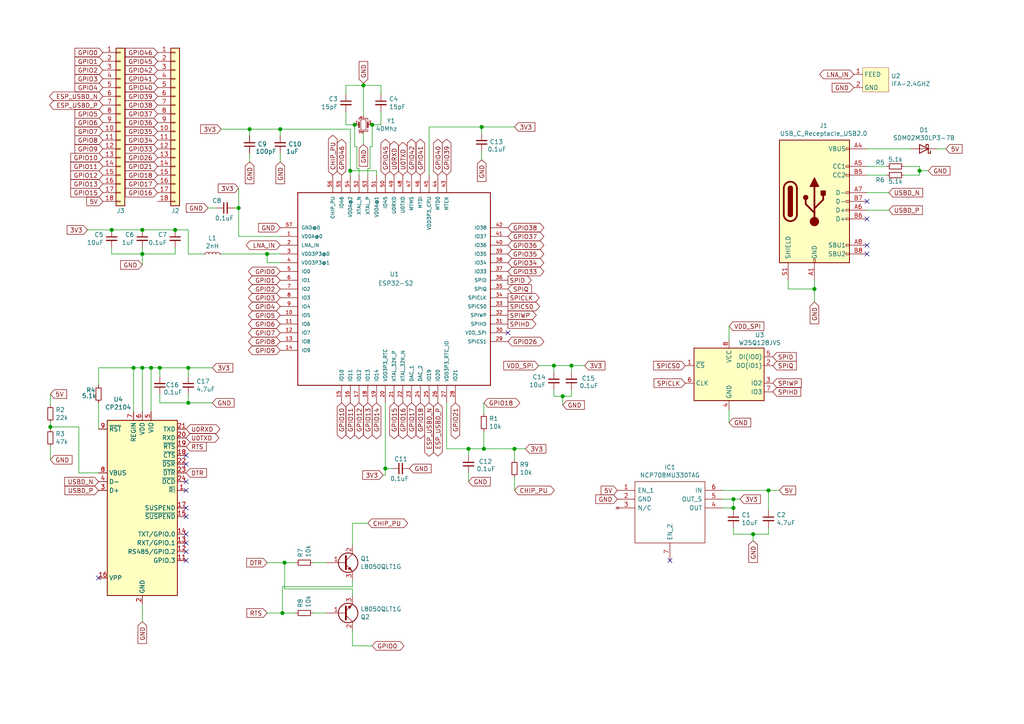
<source format=kicad_sch>
(kicad_sch (version 20200828) (generator eeschema)

  (page 1 1)

  (paper "A4")

  (title_block
    (title "ESPHMI")
    (rev "1")
    (company "QCENTLABS")
  )

  (lib_symbols
    (symbol "Antenna:IFA-2.4GHZ" (in_bom yes) (on_board yes)
      (property "Reference" "U" (id 0) (at 0 6.985 0)
        (effects (font (size 1.27 1.27)))
      )
      (property "Value" "IFA-2.4GHZ" (id 1) (at 0 5.08 0)
        (effects (font (size 1.27 1.27)))
      )
      (property "Footprint" "" (id 2) (at -6.35 1.27 0)
        (effects (font (size 1.27 1.27)) hide)
      )
      (property "Datasheet" "" (id 3) (at -6.35 1.27 0)
        (effects (font (size 1.27 1.27)) hide)
      )
      (symbol "IFA-2.4GHZ_0_1"
        (rectangle (start -3.81 3.175) (end 3.81 -3.81)
          (stroke (width 0.001)) (fill (type background))
        )
      )
      (symbol "IFA-2.4GHZ_1_1"
        (pin input line (at -6.35 1.27 0) (length 2.54)
          (name "FEED" (effects (font (size 1.27 1.27))))
          (number "1" (effects (font (size 1.27 1.27))))
        )
        (pin input line (at -6.35 -2.54 0) (length 2.54)
          (name "GND" (effects (font (size 1.27 1.27))))
          (number "2" (effects (font (size 1.27 1.27))))
        )
      )
    )
    (symbol "Connector:USB_C_Receptacle_USB2.0" (pin_names (offset 1.016)) (in_bom yes) (on_board yes)
      (property "Reference" "J" (id 0) (at -10.16 19.05 0)
        (effects (font (size 1.27 1.27)) (justify left))
      )
      (property "Value" "USB_C_Receptacle_USB2.0" (id 1) (at 19.05 19.05 0)
        (effects (font (size 1.27 1.27)) (justify right))
      )
      (property "Footprint" "" (id 2) (at 3.81 0 0)
        (effects (font (size 1.27 1.27)) hide)
      )
      (property "Datasheet" "https://www.usb.org/sites/default/files/documents/usb_type-c.zip" (id 3) (at 3.81 0 0)
        (effects (font (size 1.27 1.27)) hide)
      )
      (property "ki_keywords" "usb universal serial bus type-C USB2.0" (id 4) (at 0 0 0)
        (effects (font (size 1.27 1.27)) hide)
      )
      (property "ki_description" "USB 2.0-only Type-C Receptacle connector" (id 5) (at 0 0 0)
        (effects (font (size 1.27 1.27)) hide)
      )
      (property "ki_fp_filters" "USB*C*Receptacle*" (id 6) (at 0 0 0)
        (effects (font (size 1.27 1.27)) hide)
      )
      (symbol "USB_C_Receptacle_USB2.0_0_1"
        (arc (start -8.89 -3.81) (end -5.08 -3.81) (radius (at -6.985 -3.81) (length 1.905) (angles -179.9 -0.1))
          (stroke (width 0.508)) (fill (type none))
        )
        (arc (start -7.62 -3.81) (end -6.35 -3.81) (radius (at -6.985 -3.81) (length 0.635) (angles -179.9 -0.1))
          (stroke (width 0.254)) (fill (type none))
        )
        (arc (start -7.62 -3.81) (end -6.35 -3.81) (radius (at -6.985 -3.81) (length 0.635) (angles -179.9 -0.1))
          (stroke (width 0.254)) (fill (type outline))
        )
        (arc (start -6.35 3.81) (end -7.62 3.81) (radius (at -6.985 3.81) (length 0.635) (angles 0.1 179.9))
          (stroke (width 0.254)) (fill (type outline))
        )
        (arc (start -6.35 3.81) (end -7.62 3.81) (radius (at -6.985 3.81) (length 0.635) (angles 0.1 179.9))
          (stroke (width 0.254)) (fill (type none))
        )
        (arc (start -5.08 3.81) (end -8.89 3.81) (radius (at -6.985 3.81) (length 1.905) (angles 0.1 179.9))
          (stroke (width 0.508)) (fill (type none))
        )
        (circle (center -2.54 1.143) (radius 0.635) (stroke (width 0.254)) (fill (type outline)))
        (circle (center 0 -5.842) (radius 1.27) (stroke (width 0)) (fill (type outline)))
        (rectangle (start -10.16 17.78) (end 10.16 -17.78)
          (stroke (width 0.254)) (fill (type background))
        )
        (rectangle (start -7.62 -3.81) (end -6.35 3.81)
          (stroke (width 0.254)) (fill (type outline))
        )
        (rectangle (start 1.905 1.778) (end 3.175 3.048)
          (stroke (width 0.254)) (fill (type outline))
        )
        (polyline
          (pts
            (xy -8.89 -3.81)
            (xy -8.89 3.81)
          )
          (stroke (width 0.508)) (fill (type none))
        )
        (polyline
          (pts
            (xy -5.08 3.81)
            (xy -5.08 -3.81)
          )
          (stroke (width 0.508)) (fill (type none))
        )
        (polyline
          (pts
            (xy 0 -5.842)
            (xy 0 4.318)
          )
          (stroke (width 0.508)) (fill (type none))
        )
        (polyline
          (pts
            (xy 0 -3.302)
            (xy -2.54 -0.762)
            (xy -2.54 0.508)
          )
          (stroke (width 0.508)) (fill (type none))
        )
        (polyline
          (pts
            (xy 0 -2.032)
            (xy 2.54 0.508)
            (xy 2.54 1.778)
          )
          (stroke (width 0.508)) (fill (type none))
        )
        (polyline
          (pts
            (xy -1.27 4.318)
            (xy 0 6.858)
            (xy 1.27 4.318)
            (xy -1.27 4.318)
          )
          (stroke (width 0.254)) (fill (type outline))
        )
      )
      (symbol "USB_C_Receptacle_USB2.0_0_0"
        (rectangle (start -0.254 -17.78) (end 0.254 -16.764)
          (stroke (width 0)) (fill (type none))
        )
        (rectangle (start 10.16 -14.986) (end 9.144 -15.494)
          (stroke (width 0)) (fill (type none))
        )
        (rectangle (start 10.16 -12.446) (end 9.144 -12.954)
          (stroke (width 0)) (fill (type none))
        )
        (rectangle (start 10.16 -4.826) (end 9.144 -5.334)
          (stroke (width 0)) (fill (type none))
        )
        (rectangle (start 10.16 -2.286) (end 9.144 -2.794)
          (stroke (width 0)) (fill (type none))
        )
        (rectangle (start 10.16 0.254) (end 9.144 -0.254)
          (stroke (width 0)) (fill (type none))
        )
        (rectangle (start 10.16 2.794) (end 9.144 2.286)
          (stroke (width 0)) (fill (type none))
        )
        (rectangle (start 10.16 7.874) (end 9.144 7.366)
          (stroke (width 0)) (fill (type none))
        )
        (rectangle (start 10.16 10.414) (end 9.144 9.906)
          (stroke (width 0)) (fill (type none))
        )
        (rectangle (start 10.16 15.494) (end 9.144 14.986)
          (stroke (width 0)) (fill (type none))
        )
      )
      (symbol "USB_C_Receptacle_USB2.0_1_1"
        (pin passive line (at 0 -22.86 90) (length 5.08)
          (name "GND" (effects (font (size 1.27 1.27))))
          (number "A1" (effects (font (size 1.27 1.27))))
        )
        (pin passive line (at 0 -22.86 90) (length 5.08) hide
          (name "GND" (effects (font (size 1.27 1.27))))
          (number "A12" (effects (font (size 1.27 1.27))))
        )
        (pin passive line (at 15.24 15.24 180) (length 5.08)
          (name "VBUS" (effects (font (size 1.27 1.27))))
          (number "A4" (effects (font (size 1.27 1.27))))
        )
        (pin bidirectional line (at 15.24 10.16 180) (length 5.08)
          (name "CC1" (effects (font (size 1.27 1.27))))
          (number "A5" (effects (font (size 1.27 1.27))))
        )
        (pin bidirectional line (at 15.24 -2.54 180) (length 5.08)
          (name "D+" (effects (font (size 1.27 1.27))))
          (number "A6" (effects (font (size 1.27 1.27))))
        )
        (pin bidirectional line (at 15.24 2.54 180) (length 5.08)
          (name "D-" (effects (font (size 1.27 1.27))))
          (number "A7" (effects (font (size 1.27 1.27))))
        )
        (pin bidirectional line (at 15.24 -12.7 180) (length 5.08)
          (name "SBU1" (effects (font (size 1.27 1.27))))
          (number "A8" (effects (font (size 1.27 1.27))))
        )
        (pin passive line (at 15.24 15.24 180) (length 5.08) hide
          (name "VBUS" (effects (font (size 1.27 1.27))))
          (number "A9" (effects (font (size 1.27 1.27))))
        )
        (pin passive line (at 0 -22.86 90) (length 5.08) hide
          (name "GND" (effects (font (size 1.27 1.27))))
          (number "B1" (effects (font (size 1.27 1.27))))
        )
        (pin passive line (at 0 -22.86 90) (length 5.08) hide
          (name "GND" (effects (font (size 1.27 1.27))))
          (number "B12" (effects (font (size 1.27 1.27))))
        )
        (pin passive line (at 15.24 15.24 180) (length 5.08) hide
          (name "VBUS" (effects (font (size 1.27 1.27))))
          (number "B4" (effects (font (size 1.27 1.27))))
        )
        (pin bidirectional line (at 15.24 7.62 180) (length 5.08)
          (name "CC2" (effects (font (size 1.27 1.27))))
          (number "B5" (effects (font (size 1.27 1.27))))
        )
        (pin bidirectional line (at 15.24 -5.08 180) (length 5.08)
          (name "D+" (effects (font (size 1.27 1.27))))
          (number "B6" (effects (font (size 1.27 1.27))))
        )
        (pin bidirectional line (at 15.24 0 180) (length 5.08)
          (name "D-" (effects (font (size 1.27 1.27))))
          (number "B7" (effects (font (size 1.27 1.27))))
        )
        (pin bidirectional line (at 15.24 -15.24 180) (length 5.08)
          (name "SBU2" (effects (font (size 1.27 1.27))))
          (number "B8" (effects (font (size 1.27 1.27))))
        )
        (pin passive line (at 15.24 15.24 180) (length 5.08) hide
          (name "VBUS" (effects (font (size 1.27 1.27))))
          (number "B9" (effects (font (size 1.27 1.27))))
        )
        (pin passive line (at -7.62 -22.86 90) (length 5.08)
          (name "SHIELD" (effects (font (size 1.27 1.27))))
          (number "S1" (effects (font (size 1.27 1.27))))
        )
      )
    )
    (symbol "Connector_Generic:Conn_01x18" (pin_names (offset 1.016) hide) (in_bom yes) (on_board yes)
      (property "Reference" "J" (id 0) (at 0 22.86 0)
        (effects (font (size 1.27 1.27)))
      )
      (property "Value" "Conn_01x18" (id 1) (at 0 -25.4 0)
        (effects (font (size 1.27 1.27)))
      )
      (property "Footprint" "" (id 2) (at 0 0 0)
        (effects (font (size 1.27 1.27)) hide)
      )
      (property "Datasheet" "~" (id 3) (at 0 0 0)
        (effects (font (size 1.27 1.27)) hide)
      )
      (property "ki_keywords" "connector" (id 4) (at 0 0 0)
        (effects (font (size 1.27 1.27)) hide)
      )
      (property "ki_description" "Generic connector, single row, 01x18, script generated (kicad-library-utils/schlib/autogen/connector/)" (id 5) (at 0 0 0)
        (effects (font (size 1.27 1.27)) hide)
      )
      (property "ki_fp_filters" "Connector*:*_1x??_*" (id 6) (at 0 0 0)
        (effects (font (size 1.27 1.27)) hide)
      )
      (symbol "Conn_01x18_1_1"
        (rectangle (start -1.27 -4.953) (end 0 -5.207)
          (stroke (width 0.1524)) (fill (type none))
        )
        (rectangle (start -1.27 -7.493) (end 0 -7.747)
          (stroke (width 0.1524)) (fill (type none))
        )
        (rectangle (start -1.27 -10.033) (end 0 -10.287)
          (stroke (width 0.1524)) (fill (type none))
        )
        (rectangle (start -1.27 -12.573) (end 0 -12.827)
          (stroke (width 0.1524)) (fill (type none))
        )
        (rectangle (start -1.27 -15.113) (end 0 -15.367)
          (stroke (width 0.1524)) (fill (type none))
        )
        (rectangle (start -1.27 -17.653) (end 0 -17.907)
          (stroke (width 0.1524)) (fill (type none))
        )
        (rectangle (start -1.27 -20.193) (end 0 -20.447)
          (stroke (width 0.1524)) (fill (type none))
        )
        (rectangle (start -1.27 -22.733) (end 0 -22.987)
          (stroke (width 0.1524)) (fill (type none))
        )
        (rectangle (start -1.27 -2.413) (end 0 -2.667)
          (stroke (width 0.1524)) (fill (type none))
        )
        (rectangle (start -1.27 2.667) (end 0 2.413)
          (stroke (width 0.1524)) (fill (type none))
        )
        (rectangle (start -1.27 5.207) (end 0 4.953)
          (stroke (width 0.1524)) (fill (type none))
        )
        (rectangle (start -1.27 7.747) (end 0 7.493)
          (stroke (width 0.1524)) (fill (type none))
        )
        (rectangle (start -1.27 10.287) (end 0 10.033)
          (stroke (width 0.1524)) (fill (type none))
        )
        (rectangle (start -1.27 0.127) (end 0 -0.127)
          (stroke (width 0.1524)) (fill (type none))
        )
        (rectangle (start -1.27 12.827) (end 0 12.573)
          (stroke (width 0.1524)) (fill (type none))
        )
        (rectangle (start -1.27 15.367) (end 0 15.113)
          (stroke (width 0.1524)) (fill (type none))
        )
        (rectangle (start -1.27 17.907) (end 0 17.653)
          (stroke (width 0.1524)) (fill (type none))
        )
        (rectangle (start -1.27 20.447) (end 0 20.193)
          (stroke (width 0.1524)) (fill (type none))
        )
        (rectangle (start -1.27 21.59) (end 1.27 -24.13)
          (stroke (width 0.254)) (fill (type background))
        )
        (pin passive line (at -5.08 20.32 0) (length 3.81)
          (name "Pin_1" (effects (font (size 1.27 1.27))))
          (number "1" (effects (font (size 1.27 1.27))))
        )
        (pin passive line (at -5.08 -2.54 0) (length 3.81)
          (name "Pin_10" (effects (font (size 1.27 1.27))))
          (number "10" (effects (font (size 1.27 1.27))))
        )
        (pin passive line (at -5.08 -5.08 0) (length 3.81)
          (name "Pin_11" (effects (font (size 1.27 1.27))))
          (number "11" (effects (font (size 1.27 1.27))))
        )
        (pin passive line (at -5.08 -7.62 0) (length 3.81)
          (name "Pin_12" (effects (font (size 1.27 1.27))))
          (number "12" (effects (font (size 1.27 1.27))))
        )
        (pin passive line (at -5.08 -10.16 0) (length 3.81)
          (name "Pin_13" (effects (font (size 1.27 1.27))))
          (number "13" (effects (font (size 1.27 1.27))))
        )
        (pin passive line (at -5.08 -12.7 0) (length 3.81)
          (name "Pin_14" (effects (font (size 1.27 1.27))))
          (number "14" (effects (font (size 1.27 1.27))))
        )
        (pin passive line (at -5.08 -15.24 0) (length 3.81)
          (name "Pin_15" (effects (font (size 1.27 1.27))))
          (number "15" (effects (font (size 1.27 1.27))))
        )
        (pin passive line (at -5.08 -17.78 0) (length 3.81)
          (name "Pin_16" (effects (font (size 1.27 1.27))))
          (number "16" (effects (font (size 1.27 1.27))))
        )
        (pin passive line (at -5.08 -20.32 0) (length 3.81)
          (name "Pin_17" (effects (font (size 1.27 1.27))))
          (number "17" (effects (font (size 1.27 1.27))))
        )
        (pin passive line (at -5.08 -22.86 0) (length 3.81)
          (name "Pin_18" (effects (font (size 1.27 1.27))))
          (number "18" (effects (font (size 1.27 1.27))))
        )
        (pin passive line (at -5.08 17.78 0) (length 3.81)
          (name "Pin_2" (effects (font (size 1.27 1.27))))
          (number "2" (effects (font (size 1.27 1.27))))
        )
        (pin passive line (at -5.08 15.24 0) (length 3.81)
          (name "Pin_3" (effects (font (size 1.27 1.27))))
          (number "3" (effects (font (size 1.27 1.27))))
        )
        (pin passive line (at -5.08 12.7 0) (length 3.81)
          (name "Pin_4" (effects (font (size 1.27 1.27))))
          (number "4" (effects (font (size 1.27 1.27))))
        )
        (pin passive line (at -5.08 10.16 0) (length 3.81)
          (name "Pin_5" (effects (font (size 1.27 1.27))))
          (number "5" (effects (font (size 1.27 1.27))))
        )
        (pin passive line (at -5.08 7.62 0) (length 3.81)
          (name "Pin_6" (effects (font (size 1.27 1.27))))
          (number "6" (effects (font (size 1.27 1.27))))
        )
        (pin passive line (at -5.08 5.08 0) (length 3.81)
          (name "Pin_7" (effects (font (size 1.27 1.27))))
          (number "7" (effects (font (size 1.27 1.27))))
        )
        (pin passive line (at -5.08 2.54 0) (length 3.81)
          (name "Pin_8" (effects (font (size 1.27 1.27))))
          (number "8" (effects (font (size 1.27 1.27))))
        )
        (pin passive line (at -5.08 0 0) (length 3.81)
          (name "Pin_9" (effects (font (size 1.27 1.27))))
          (number "9" (effects (font (size 1.27 1.27))))
        )
      )
    )
    (symbol "Device:C_Small" (pin_numbers hide) (pin_names (offset 0.254) hide) (in_bom yes) (on_board yes)
      (property "Reference" "C" (id 0) (at 0.254 1.778 0)
        (effects (font (size 1.27 1.27)) (justify left))
      )
      (property "Value" "C_Small" (id 1) (at 0.254 -2.032 0)
        (effects (font (size 1.27 1.27)) (justify left))
      )
      (property "Footprint" "" (id 2) (at 0 0 0)
        (effects (font (size 1.27 1.27)) hide)
      )
      (property "Datasheet" "~" (id 3) (at 0 0 0)
        (effects (font (size 1.27 1.27)) hide)
      )
      (property "ki_keywords" "capacitor cap" (id 4) (at 0 0 0)
        (effects (font (size 1.27 1.27)) hide)
      )
      (property "ki_description" "Unpolarized capacitor, small symbol" (id 5) (at 0 0 0)
        (effects (font (size 1.27 1.27)) hide)
      )
      (property "ki_fp_filters" "C_*" (id 6) (at 0 0 0)
        (effects (font (size 1.27 1.27)) hide)
      )
      (symbol "C_Small_0_1"
        (polyline
          (pts
            (xy -1.524 -0.508)
            (xy 1.524 -0.508)
          )
          (stroke (width 0.3302)) (fill (type none))
        )
        (polyline
          (pts
            (xy -1.524 0.508)
            (xy 1.524 0.508)
          )
          (stroke (width 0.3048)) (fill (type none))
        )
      )
      (symbol "C_Small_1_1"
        (pin passive line (at 0 2.54 270) (length 2.032)
          (name "~" (effects (font (size 1.27 1.27))))
          (number "1" (effects (font (size 1.27 1.27))))
        )
        (pin passive line (at 0 -2.54 90) (length 2.032)
          (name "~" (effects (font (size 1.27 1.27))))
          (number "2" (effects (font (size 1.27 1.27))))
        )
      )
    )
    (symbol "Device:Crystal_GND24_Small" (pin_names (offset 1.016) hide) (in_bom yes) (on_board yes)
      (property "Reference" "Y" (id 0) (at 1.27 4.445 0)
        (effects (font (size 1.27 1.27)) (justify left))
      )
      (property "Value" "Crystal_GND24_Small" (id 1) (at 1.27 2.54 0)
        (effects (font (size 1.27 1.27)) (justify left))
      )
      (property "Footprint" "" (id 2) (at 0 0 0)
        (effects (font (size 1.27 1.27)) hide)
      )
      (property "Datasheet" "~" (id 3) (at 0 0 0)
        (effects (font (size 1.27 1.27)) hide)
      )
      (property "ki_keywords" "quartz ceramic resonator oscillator" (id 4) (at 0 0 0)
        (effects (font (size 1.27 1.27)) hide)
      )
      (property "ki_description" "Four pin crystal, GND on pins 2 and 4, small symbol" (id 5) (at 0 0 0)
        (effects (font (size 1.27 1.27)) hide)
      )
      (property "ki_fp_filters" "Crystal*" (id 6) (at 0 0 0)
        (effects (font (size 1.27 1.27)) hide)
      )
      (symbol "Crystal_GND24_Small_0_1"
        (rectangle (start -0.762 -1.524) (end 0.762 1.524)
          (stroke (width 0)) (fill (type none))
        )
        (polyline
          (pts
            (xy -1.27 -0.762)
            (xy -1.27 0.762)
          )
          (stroke (width 0.381)) (fill (type none))
        )
        (polyline
          (pts
            (xy 1.27 -0.762)
            (xy 1.27 0.762)
          )
          (stroke (width 0.381)) (fill (type none))
        )
        (polyline
          (pts
            (xy -1.27 -1.27)
            (xy -1.27 -1.905)
            (xy 1.27 -1.905)
            (xy 1.27 -1.27)
          )
          (stroke (width 0)) (fill (type none))
        )
        (polyline
          (pts
            (xy -1.27 1.27)
            (xy -1.27 1.905)
            (xy 1.27 1.905)
            (xy 1.27 1.27)
          )
          (stroke (width 0)) (fill (type none))
        )
      )
      (symbol "Crystal_GND24_Small_1_1"
        (pin passive line (at -2.54 0 0) (length 1.27)
          (name "1" (effects (font (size 1.27 1.27))))
          (number "1" (effects (font (size 0.762 0.762))))
        )
        (pin passive line (at 0 -2.54 90) (length 0.635)
          (name "2" (effects (font (size 1.27 1.27))))
          (number "2" (effects (font (size 0.762 0.762))))
        )
        (pin passive line (at 2.54 0 180) (length 1.27)
          (name "3" (effects (font (size 1.27 1.27))))
          (number "3" (effects (font (size 0.762 0.762))))
        )
        (pin passive line (at 0 2.54 270) (length 0.635)
          (name "4" (effects (font (size 1.27 1.27))))
          (number "4" (effects (font (size 0.762 0.762))))
        )
      )
    )
    (symbol "Device:D_Schottky" (pin_numbers hide) (pin_names (offset 1.016) hide) (in_bom yes) (on_board yes)
      (property "Reference" "D" (id 0) (at 0 2.54 0)
        (effects (font (size 1.27 1.27)))
      )
      (property "Value" "D_Schottky" (id 1) (at 0 -2.54 0)
        (effects (font (size 1.27 1.27)))
      )
      (property "Footprint" "" (id 2) (at 0 0 0)
        (effects (font (size 1.27 1.27)) hide)
      )
      (property "Datasheet" "~" (id 3) (at 0 0 0)
        (effects (font (size 1.27 1.27)) hide)
      )
      (property "ki_keywords" "diode Schottky" (id 4) (at 0 0 0)
        (effects (font (size 1.27 1.27)) hide)
      )
      (property "ki_description" "Schottky diode" (id 5) (at 0 0 0)
        (effects (font (size 1.27 1.27)) hide)
      )
      (property "ki_fp_filters" "TO-???* *_Diode_* *SingleDiode* D_*" (id 6) (at 0 0 0)
        (effects (font (size 1.27 1.27)) hide)
      )
      (symbol "D_Schottky_0_1"
        (polyline
          (pts
            (xy 1.27 0)
            (xy -1.27 0)
          )
          (stroke (width 0)) (fill (type none))
        )
        (polyline
          (pts
            (xy 1.27 1.27)
            (xy 1.27 -1.27)
            (xy -1.27 0)
            (xy 1.27 1.27)
          )
          (stroke (width 0.254)) (fill (type none))
        )
        (polyline
          (pts
            (xy -1.905 0.635)
            (xy -1.905 1.27)
            (xy -1.27 1.27)
            (xy -1.27 -1.27)
            (xy -0.635 -1.27)
            (xy -0.635 -0.635)
          )
          (stroke (width 0.254)) (fill (type none))
        )
      )
      (symbol "D_Schottky_1_1"
        (pin passive line (at -3.81 0 0) (length 2.54)
          (name "K" (effects (font (size 1.27 1.27))))
          (number "1" (effects (font (size 1.27 1.27))))
        )
        (pin passive line (at 3.81 0 180) (length 2.54)
          (name "A" (effects (font (size 1.27 1.27))))
          (number "2" (effects (font (size 1.27 1.27))))
        )
      )
    )
    (symbol "Device:L_Small" (pin_numbers hide) (pin_names (offset 0.254) hide) (in_bom yes) (on_board yes)
      (property "Reference" "L" (id 0) (at 0.762 1.016 0)
        (effects (font (size 1.27 1.27)) (justify left))
      )
      (property "Value" "L_Small" (id 1) (at 0.762 -1.016 0)
        (effects (font (size 1.27 1.27)) (justify left))
      )
      (property "Footprint" "" (id 2) (at 0 0 0)
        (effects (font (size 1.27 1.27)) hide)
      )
      (property "Datasheet" "~" (id 3) (at 0 0 0)
        (effects (font (size 1.27 1.27)) hide)
      )
      (property "ki_keywords" "inductor choke coil reactor magnetic" (id 4) (at 0 0 0)
        (effects (font (size 1.27 1.27)) hide)
      )
      (property "ki_description" "Inductor, small symbol" (id 5) (at 0 0 0)
        (effects (font (size 1.27 1.27)) hide)
      )
      (property "ki_fp_filters" "Choke_* *Coil* Inductor_* L_*" (id 6) (at 0 0 0)
        (effects (font (size 1.27 1.27)) hide)
      )
      (symbol "L_Small_0_1"
        (arc (start 0 -2.032) (end 0 -1.016) (radius (at 0 -1.524) (length 0.508) (angles -89.9 89.9))
          (stroke (width 0)) (fill (type none))
        )
        (arc (start 0 -1.016) (end 0 0) (radius (at 0 -0.508) (length 0.508) (angles -89.9 89.9))
          (stroke (width 0)) (fill (type none))
        )
        (arc (start 0 0) (end 0 1.016) (radius (at 0 0.508) (length 0.508) (angles -89.9 89.9))
          (stroke (width 0)) (fill (type none))
        )
        (arc (start 0 1.016) (end 0 2.032) (radius (at 0 1.524) (length 0.508) (angles -89.9 89.9))
          (stroke (width 0)) (fill (type none))
        )
      )
      (symbol "L_Small_1_1"
        (pin passive line (at 0 2.54 270) (length 0.508)
          (name "~" (effects (font (size 1.27 1.27))))
          (number "1" (effects (font (size 1.27 1.27))))
        )
        (pin passive line (at 0 -2.54 90) (length 0.508)
          (name "~" (effects (font (size 1.27 1.27))))
          (number "2" (effects (font (size 1.27 1.27))))
        )
      )
    )
    (symbol "Device:Q_NPN_BCE" (pin_names (offset 0) hide) (in_bom yes) (on_board yes)
      (property "Reference" "Q" (id 0) (at 5.08 1.27 0)
        (effects (font (size 1.27 1.27)) (justify left))
      )
      (property "Value" "Q_NPN_BCE" (id 1) (at 5.08 -1.27 0)
        (effects (font (size 1.27 1.27)) (justify left))
      )
      (property "Footprint" "" (id 2) (at 5.08 2.54 0)
        (effects (font (size 1.27 1.27)) hide)
      )
      (property "Datasheet" "~" (id 3) (at 0 0 0)
        (effects (font (size 1.27 1.27)) hide)
      )
      (property "ki_keywords" "transistor NPN" (id 4) (at 0 0 0)
        (effects (font (size 1.27 1.27)) hide)
      )
      (property "ki_description" "NPN transistor, base/collector/emitter" (id 5) (at 0 0 0)
        (effects (font (size 1.27 1.27)) hide)
      )
      (symbol "Q_NPN_BCE_0_1"
        (circle (center 1.27 0) (radius 2.8194) (stroke (width 0.254)) (fill (type none)))
        (polyline
          (pts
            (xy 0.635 0.635)
            (xy 2.54 2.54)
          )
          (stroke (width 0)) (fill (type none))
        )
        (polyline
          (pts
            (xy 0.635 -0.635)
            (xy 2.54 -2.54)
            (xy 2.54 -2.54)
          )
          (stroke (width 0)) (fill (type none))
        )
        (polyline
          (pts
            (xy 0.635 1.905)
            (xy 0.635 -1.905)
            (xy 0.635 -1.905)
          )
          (stroke (width 0.508)) (fill (type none))
        )
        (polyline
          (pts
            (xy 1.27 -1.778)
            (xy 1.778 -1.27)
            (xy 2.286 -2.286)
            (xy 1.27 -1.778)
            (xy 1.27 -1.778)
          )
          (stroke (width 0)) (fill (type outline))
        )
      )
      (symbol "Q_NPN_BCE_1_1"
        (pin input line (at -5.08 0 0) (length 5.715)
          (name "B" (effects (font (size 1.27 1.27))))
          (number "1" (effects (font (size 1.27 1.27))))
        )
        (pin passive line (at 2.54 5.08 270) (length 2.54)
          (name "C" (effects (font (size 1.27 1.27))))
          (number "2" (effects (font (size 1.27 1.27))))
        )
        (pin passive line (at 2.54 -5.08 90) (length 2.54)
          (name "E" (effects (font (size 1.27 1.27))))
          (number "3" (effects (font (size 1.27 1.27))))
        )
      )
    )
    (symbol "Device:R_Small" (pin_numbers hide) (pin_names (offset 0.254) hide) (in_bom yes) (on_board yes)
      (property "Reference" "R" (id 0) (at 0.762 0.508 0)
        (effects (font (size 1.27 1.27)) (justify left))
      )
      (property "Value" "R_Small" (id 1) (at 0.762 -1.016 0)
        (effects (font (size 1.27 1.27)) (justify left))
      )
      (property "Footprint" "" (id 2) (at 0 0 0)
        (effects (font (size 1.27 1.27)) hide)
      )
      (property "Datasheet" "~" (id 3) (at 0 0 0)
        (effects (font (size 1.27 1.27)) hide)
      )
      (property "ki_keywords" "R resistor" (id 4) (at 0 0 0)
        (effects (font (size 1.27 1.27)) hide)
      )
      (property "ki_description" "Resistor, small symbol" (id 5) (at 0 0 0)
        (effects (font (size 1.27 1.27)) hide)
      )
      (property "ki_fp_filters" "R_*" (id 6) (at 0 0 0)
        (effects (font (size 1.27 1.27)) hide)
      )
      (symbol "R_Small_0_1"
        (rectangle (start -0.762 1.778) (end 0.762 -1.778)
          (stroke (width 0.2032)) (fill (type none))
        )
      )
      (symbol "R_Small_1_1"
        (pin passive line (at 0 2.54 270) (length 0.762)
          (name "~" (effects (font (size 1.27 1.27))))
          (number "1" (effects (font (size 1.27 1.27))))
        )
        (pin passive line (at 0 -2.54 90) (length 0.762)
          (name "~" (effects (font (size 1.27 1.27))))
          (number "2" (effects (font (size 1.27 1.27))))
        )
      )
    )
    (symbol "ESP32-S2:ESP32-S2" (pin_names (offset 1.016)) (in_bom yes) (on_board yes)
      (property "Reference" "U" (id 0) (at -27.94 28.194 0)
        (effects (font (size 1.27 1.27)) (justify left bottom))
      )
      (property "Value" "ESP32-S2" (id 1) (at -25.4 -30.48 0)
        (effects (font (size 1.27 1.27)) (justify left bottom))
      )
      (property "Footprint" "QFN40P700X700X90-57T400N" (id 2) (at 0 0 0)
        (effects (font (size 1.27 1.27)) (justify left bottom) hide)
      )
      (property "Datasheet" "Espressif Systems" (id 3) (at 0 0 0)
        (effects (font (size 1.27 1.27)) (justify left bottom) hide)
      )
      (property "Field4" "WiFi Modules (802.11) SMD IC WiFi 56 Pin Single Core" (id 4) (at 0 0 0)
        (effects (font (size 1.27 1.27)) (justify left bottom) hide)
      )
      (property "Field5" "QFN-56" (id 5) (at 0 0 0)
        (effects (font (size 1.27 1.27)) (justify left bottom) hide)
      )
      (property "Field6" "ESP32-S2" (id 6) (at 0 0 0)
        (effects (font (size 1.27 1.27)) (justify left bottom) hide)
      )
      (property "ki_locked" "" (id 7) (at 0 0 0)
        (effects (font (size 1.27 1.27)))
      )
      (symbol "ESP32-S2_0_0"
        (polyline
          (pts
            (xy -27.94 27.94)
            (xy 27.94 27.94)
          )
          (stroke (width 0.254)) (fill (type none))
        )
        (polyline
          (pts
            (xy 27.94 27.94)
            (xy 27.94 -27.94)
          )
          (stroke (width 0.254)) (fill (type none))
        )
        (polyline
          (pts
            (xy 27.94 -27.94)
            (xy -27.94 -27.94)
          )
          (stroke (width 0.254)) (fill (type none))
        )
        (polyline
          (pts
            (xy -27.94 -27.94)
            (xy -27.94 27.94)
          )
          (stroke (width 0.254)) (fill (type none))
        )
        (pin power_in line (at -33.02 15.24 0) (length 5.08)
          (name "VDDA@0" (effects (font (size 1.016 1.016))))
          (number "1" (effects (font (size 1.016 1.016))))
        )
        (pin bidirectional line (at -33.02 12.7 0) (length 5.08)
          (name "LNA_IN" (effects (font (size 1.016 1.016))))
          (number "2" (effects (font (size 1.016 1.016))))
        )
        (pin power_in line (at -33.02 10.16 0) (length 5.08)
          (name "VDD3P3@0" (effects (font (size 1.016 1.016))))
          (number "3" (effects (font (size 1.016 1.016))))
        )
        (pin power_in line (at -2.54 -33.02 90) (length 5.08)
          (name "VDD3P3_RTC" (effects (font (size 1.016 1.016))))
          (number "20" (effects (font (size 1.016 1.016))))
        )
        (pin bidirectional line (at 0 -33.02 90) (length 5.08)
          (name "XTAL_32K_P" (effects (font (size 1.016 1.016))))
          (number "21" (effects (font (size 1.016 1.016))))
        )
        (pin bidirectional line (at 2.54 -33.02 90) (length 5.08)
          (name "XTAL_32K_N" (effects (font (size 1.016 1.016))))
          (number "22" (effects (font (size 1.016 1.016))))
        )
        (pin bidirectional line (at 5.08 -33.02 90) (length 5.08)
          (name "DAC_1" (effects (font (size 1.016 1.016))))
          (number "23" (effects (font (size 1.016 1.016))))
        )
        (pin bidirectional line (at 7.62 -33.02 90) (length 5.08)
          (name "DAC_2" (effects (font (size 1.016 1.016))))
          (number "24" (effects (font (size 1.016 1.016))))
        )
        (pin power_in line (at 15.24 -33.02 90) (length 5.08)
          (name "VDD3P3_RTC_IO" (effects (font (size 1.016 1.016))))
          (number "27" (effects (font (size 1.016 1.016))))
        )
        (pin bidirectional line (at 33.02 -15.24 180) (length 5.08)
          (name "SPICS1" (effects (font (size 1.016 1.016))))
          (number "29" (effects (font (size 1.016 1.016))))
        )
        (pin power_in line (at 33.02 -12.7 180) (length 5.08)
          (name "VDD_SPI" (effects (font (size 1.016 1.016))))
          (number "30" (effects (font (size 1.016 1.016))))
        )
        (pin bidirectional line (at 33.02 -10.16 180) (length 5.08)
          (name "SPIHD" (effects (font (size 1.016 1.016))))
          (number "31" (effects (font (size 1.016 1.016))))
        )
        (pin bidirectional line (at 33.02 -7.62 180) (length 5.08)
          (name "SPIWP" (effects (font (size 1.016 1.016))))
          (number "32" (effects (font (size 1.016 1.016))))
        )
        (pin bidirectional line (at 33.02 -5.08 180) (length 5.08)
          (name "SPICS0" (effects (font (size 1.016 1.016))))
          (number "33" (effects (font (size 1.016 1.016))))
        )
        (pin bidirectional line (at 33.02 -2.54 180) (length 5.08)
          (name "SPICLK" (effects (font (size 1.016 1.016))))
          (number "34" (effects (font (size 1.016 1.016))))
        )
        (pin bidirectional line (at 33.02 0 180) (length 5.08)
          (name "SPIQ" (effects (font (size 1.016 1.016))))
          (number "35" (effects (font (size 1.016 1.016))))
        )
        (pin bidirectional line (at 33.02 2.54 180) (length 5.08)
          (name "SPID" (effects (font (size 1.016 1.016))))
          (number "36" (effects (font (size 1.016 1.016))))
        )
        (pin bidirectional line (at 15.24 33.02 270) (length 5.08)
          (name "MTCK" (effects (font (size 1.016 1.016))))
          (number "43" (effects (font (size 1.016 1.016))))
        )
        (pin bidirectional line (at 12.7 33.02 270) (length 5.08)
          (name "MTD0" (effects (font (size 1.016 1.016))))
          (number "44" (effects (font (size 1.016 1.016))))
        )
        (pin power_in line (at 10.16 33.02 270) (length 5.08)
          (name "VDD3P3_CPU" (effects (font (size 1.016 1.016))))
          (number "45" (effects (font (size 1.016 1.016))))
        )
        (pin bidirectional line (at 7.62 33.02 270) (length 5.08)
          (name "MTDI" (effects (font (size 1.016 1.016))))
          (number "46" (effects (font (size 1.016 1.016))))
        )
        (pin bidirectional line (at 2.54 33.02 270) (length 5.08)
          (name "U0TXD" (effects (font (size 1.016 1.016))))
          (number "48" (effects (font (size 1.016 1.016))))
        )
        (pin bidirectional line (at 0 33.02 270) (length 5.08)
          (name "U0RXD" (effects (font (size 1.016 1.016))))
          (number "49" (effects (font (size 1.016 1.016))))
        )
        (pin bidirectional line (at -2.54 33.02 270) (length 5.08)
          (name "IO45" (effects (font (size 1.016 1.016))))
          (number "50" (effects (font (size 1.016 1.016))))
        )
        (pin bidirectional line (at 5.08 33.02 270) (length 5.08)
          (name "MTMS" (effects (font (size 1.016 1.016))))
          (number "47" (effects (font (size 1.016 1.016))))
        )
        (pin bidirectional line (at -7.62 33.02 270) (length 5.08)
          (name "XTAL_P" (effects (font (size 1.016 1.016))))
          (number "53" (effects (font (size 1.016 1.016))))
        )
        (pin bidirectional line (at -10.16 33.02 270) (length 5.08)
          (name "XTAL_N" (effects (font (size 1.016 1.016))))
          (number "52" (effects (font (size 1.016 1.016))))
        )
        (pin input line (at -15.24 33.02 270) (length 5.08)
          (name "IO46" (effects (font (size 1.016 1.016))))
          (number "55" (effects (font (size 1.016 1.016))))
        )
        (pin input line (at -17.78 33.02 270) (length 5.08)
          (name "CHIP_PU" (effects (font (size 1.016 1.016))))
          (number "56" (effects (font (size 1.016 1.016))))
        )
        (pin bidirectional line (at -33.02 5.08 0) (length 5.08)
          (name "IO0" (effects (font (size 1.016 1.016))))
          (number "5" (effects (font (size 1.016 1.016))))
        )
        (pin bidirectional line (at -33.02 2.54 0) (length 5.08)
          (name "IO1" (effects (font (size 1.016 1.016))))
          (number "6" (effects (font (size 1.016 1.016))))
        )
        (pin bidirectional line (at -33.02 0 0) (length 5.08)
          (name "IO2" (effects (font (size 1.016 1.016))))
          (number "7" (effects (font (size 1.016 1.016))))
        )
        (pin bidirectional line (at -33.02 -2.54 0) (length 5.08)
          (name "IO3" (effects (font (size 1.016 1.016))))
          (number "8" (effects (font (size 1.016 1.016))))
        )
        (pin bidirectional line (at -33.02 -5.08 0) (length 5.08)
          (name "IO4" (effects (font (size 1.016 1.016))))
          (number "9" (effects (font (size 1.016 1.016))))
        )
        (pin bidirectional line (at -33.02 -7.62 0) (length 5.08)
          (name "IO5" (effects (font (size 1.016 1.016))))
          (number "10" (effects (font (size 1.016 1.016))))
        )
        (pin bidirectional line (at -33.02 -10.16 0) (length 5.08)
          (name "IO6" (effects (font (size 1.016 1.016))))
          (number "11" (effects (font (size 1.016 1.016))))
        )
        (pin bidirectional line (at -33.02 -12.7 0) (length 5.08)
          (name "IO7" (effects (font (size 1.016 1.016))))
          (number "12" (effects (font (size 1.016 1.016))))
        )
        (pin bidirectional line (at -33.02 -15.24 0) (length 5.08)
          (name "IO8" (effects (font (size 1.016 1.016))))
          (number "13" (effects (font (size 1.016 1.016))))
        )
        (pin bidirectional line (at -33.02 -17.78 0) (length 5.08)
          (name "IO9" (effects (font (size 1.016 1.016))))
          (number "14" (effects (font (size 1.016 1.016))))
        )
        (pin bidirectional line (at -15.24 -33.02 90) (length 5.08)
          (name "IO10" (effects (font (size 1.016 1.016))))
          (number "15" (effects (font (size 1.016 1.016))))
        )
        (pin bidirectional line (at -12.7 -33.02 90) (length 5.08)
          (name "IO11" (effects (font (size 1.016 1.016))))
          (number "16" (effects (font (size 1.016 1.016))))
        )
        (pin bidirectional line (at -10.16 -33.02 90) (length 5.08)
          (name "IO12" (effects (font (size 1.016 1.016))))
          (number "17" (effects (font (size 1.016 1.016))))
        )
        (pin bidirectional line (at -7.62 -33.02 90) (length 5.08)
          (name "IO13" (effects (font (size 1.016 1.016))))
          (number "18" (effects (font (size 1.016 1.016))))
        )
        (pin bidirectional line (at 33.02 5.08 180) (length 5.08)
          (name "IO33" (effects (font (size 1.016 1.016))))
          (number "37" (effects (font (size 1.016 1.016))))
        )
        (pin bidirectional line (at 33.02 7.62 180) (length 5.08)
          (name "IO34" (effects (font (size 1.016 1.016))))
          (number "38" (effects (font (size 1.016 1.016))))
        )
        (pin bidirectional line (at 33.02 10.16 180) (length 5.08)
          (name "IO35" (effects (font (size 1.016 1.016))))
          (number "39" (effects (font (size 1.016 1.016))))
        )
        (pin bidirectional line (at 33.02 12.7 180) (length 5.08)
          (name "IO36" (effects (font (size 1.016 1.016))))
          (number "40" (effects (font (size 1.016 1.016))))
        )
        (pin bidirectional line (at 33.02 15.24 180) (length 5.08)
          (name "IO37" (effects (font (size 1.016 1.016))))
          (number "41" (effects (font (size 1.016 1.016))))
        )
        (pin bidirectional line (at 33.02 17.78 180) (length 5.08)
          (name "IO38" (effects (font (size 1.016 1.016))))
          (number "42" (effects (font (size 1.016 1.016))))
        )
        (pin bidirectional line (at -5.08 -33.02 90) (length 5.08)
          (name "IO14" (effects (font (size 1.016 1.016))))
          (number "19" (effects (font (size 1.016 1.016))))
        )
        (pin bidirectional line (at 10.16 -33.02 90) (length 5.08)
          (name "IO19" (effects (font (size 1.016 1.016))))
          (number "25" (effects (font (size 1.016 1.016))))
        )
        (pin bidirectional line (at 12.7 -33.02 90) (length 5.08)
          (name "IO20" (effects (font (size 1.016 1.016))))
          (number "26" (effects (font (size 1.016 1.016))))
        )
        (pin bidirectional line (at 17.78 -33.02 90) (length 5.08)
          (name "IO21" (effects (font (size 1.016 1.016))))
          (number "28" (effects (font (size 1.016 1.016))))
        )
        (pin power_in line (at -12.7 33.02 270) (length 5.08)
          (name "VDDA@2" (effects (font (size 1.016 1.016))))
          (number "54" (effects (font (size 1.016 1.016))))
        )
        (pin power_in line (at -5.08 33.02 270) (length 5.08)
          (name "VDDA@1" (effects (font (size 1.016 1.016))))
          (number "51" (effects (font (size 1.016 1.016))))
        )
        (pin power_in line (at -33.02 7.62 0) (length 5.08)
          (name "VDD3P3@1" (effects (font (size 1.016 1.016))))
          (number "4" (effects (font (size 1.016 1.016))))
        )
        (pin power_in line (at -33.02 17.78 0) (length 5.08)
          (name "GND@0" (effects (font (size 1.016 1.016))))
          (number "57" (effects (font (size 1.016 1.016))))
        )
      )
    )
    (symbol "Interface_USB:CP2104" (in_bom yes) (on_board yes)
      (property "Reference" "U" (id 0) (at -5.08 28.575 0)
        (effects (font (size 1.27 1.27)) (justify right))
      )
      (property "Value" "CP2104" (id 1) (at -5.08 26.67 0)
        (effects (font (size 1.27 1.27)) (justify right))
      )
      (property "Footprint" "Package_DFN_QFN:QFN-24-1EP_4x4mm_P0.5mm_EP2.6x2.6mm" (id 2) (at 29.21 -52.07 0)
        (effects (font (size 1.27 1.27)) (justify left) hide)
      )
      (property "Datasheet" "https://www.silabs.com/documents/public/data-sheets/cp2104.pdf" (id 3) (at 105.41 10.16 0)
        (effects (font (size 1.27 1.27)) hide)
      )
      (property "ki_keywords" "uart usb bridge interface transceiver" (id 4) (at 0 0 0)
        (effects (font (size 1.27 1.27)) hide)
      )
      (property "ki_description" "Single-Chip USB-to-UART Bridge, USB 2.0 Full-Speed, 2Mbps UART, QFN-24" (id 5) (at 0 0 0)
        (effects (font (size 1.27 1.27)) hide)
      )
      (property "ki_fp_filters" "QFN*4x4mm*P0.5mm*" (id 6) (at 0 0 0)
        (effects (font (size 1.27 1.27)) hide)
      )
      (symbol "CP2104_1_1"
        (rectangle (start -10.16 25.4) (end 10.16 -25.4)
          (stroke (width 0.254)) (fill (type background))
        )
        (pin input line (at 12.7 5.08 180) (length 2.54)
          (name "~RI" (effects (font (size 1.27 1.27))))
          (number "1" (effects (font (size 1.27 1.27))))
        )
        (pin unconnected line (at 10.16 -20.32 180) (length 2.54) hide
          (name "NC" (effects (font (size 1.27 1.27))))
          (number "10" (effects (font (size 1.27 1.27))))
        )
        (pin bidirectional line (at 12.7 -15.24 180) (length 2.54)
          (name "GPIO.3" (effects (font (size 1.27 1.27))))
          (number "11" (effects (font (size 1.27 1.27))))
        )
        (pin bidirectional line (at 12.7 -12.7 180) (length 2.54)
          (name "RS485/GPIO.2" (effects (font (size 1.27 1.27))))
          (number "12" (effects (font (size 1.27 1.27))))
        )
        (pin bidirectional line (at 12.7 -10.16 180) (length 2.54)
          (name "RXT/GPIO.1" (effects (font (size 1.27 1.27))))
          (number "13" (effects (font (size 1.27 1.27))))
        )
        (pin bidirectional line (at 12.7 -7.62 180) (length 2.54)
          (name "TXT/GPIO.0" (effects (font (size 1.27 1.27))))
          (number "14" (effects (font (size 1.27 1.27))))
        )
        (pin output line (at 12.7 -2.54 180) (length 2.54)
          (name "~SUSPEND" (effects (font (size 1.27 1.27))))
          (number "15" (effects (font (size 1.27 1.27))))
        )
        (pin passive line (at -12.7 -20.32 0) (length 2.54)
          (name "VPP" (effects (font (size 1.27 1.27))))
          (number "16" (effects (font (size 1.27 1.27))))
        )
        (pin output line (at 12.7 0 180) (length 2.54)
          (name "SUSPEND" (effects (font (size 1.27 1.27))))
          (number "17" (effects (font (size 1.27 1.27))))
        )
        (pin input line (at 12.7 15.24 180) (length 2.54)
          (name "~CTS" (effects (font (size 1.27 1.27))))
          (number "18" (effects (font (size 1.27 1.27))))
        )
        (pin output line (at 12.7 17.78 180) (length 2.54)
          (name "~RTS" (effects (font (size 1.27 1.27))))
          (number "19" (effects (font (size 1.27 1.27))))
        )
        (pin power_in line (at 0 -27.94 90) (length 2.54)
          (name "GND" (effects (font (size 1.27 1.27))))
          (number "2" (effects (font (size 1.27 1.27))))
        )
        (pin input line (at 12.7 20.32 180) (length 2.54)
          (name "RXD" (effects (font (size 1.27 1.27))))
          (number "20" (effects (font (size 1.27 1.27))))
        )
        (pin output line (at 12.7 22.86 180) (length 2.54)
          (name "TXD" (effects (font (size 1.27 1.27))))
          (number "21" (effects (font (size 1.27 1.27))))
        )
        (pin input line (at 12.7 12.7 180) (length 2.54)
          (name "~DSR" (effects (font (size 1.27 1.27))))
          (number "22" (effects (font (size 1.27 1.27))))
        )
        (pin output line (at 12.7 10.16 180) (length 2.54)
          (name "~DTR" (effects (font (size 1.27 1.27))))
          (number "23" (effects (font (size 1.27 1.27))))
        )
        (pin input line (at 12.7 7.62 180) (length 2.54)
          (name "~DCD" (effects (font (size 1.27 1.27))))
          (number "24" (effects (font (size 1.27 1.27))))
        )
        (pin passive line (at 0 -27.94 90) (length 2.54) hide
          (name "GND" (effects (font (size 1.27 1.27))))
          (number "25" (effects (font (size 1.27 1.27))))
        )
        (pin bidirectional line (at -12.7 5.08 0) (length 2.54)
          (name "D+" (effects (font (size 1.27 1.27))))
          (number "3" (effects (font (size 1.27 1.27))))
        )
        (pin bidirectional line (at -12.7 7.62 0) (length 2.54)
          (name "D-" (effects (font (size 1.27 1.27))))
          (number "4" (effects (font (size 1.27 1.27))))
        )
        (pin power_in line (at 2.54 27.94 270) (length 2.54)
          (name "VIO" (effects (font (size 1.27 1.27))))
          (number "5" (effects (font (size 1.27 1.27))))
        )
        (pin power_in line (at 0 27.94 270) (length 2.54)
          (name "VDD" (effects (font (size 1.27 1.27))))
          (number "6" (effects (font (size 1.27 1.27))))
        )
        (pin power_in line (at -2.54 27.94 270) (length 2.54)
          (name "REGIN" (effects (font (size 1.27 1.27))))
          (number "7" (effects (font (size 1.27 1.27))))
        )
        (pin input line (at -12.7 10.16 0) (length 2.54)
          (name "VBUS" (effects (font (size 1.27 1.27))))
          (number "8" (effects (font (size 1.27 1.27))))
        )
        (pin bidirectional line (at -12.7 22.86 0) (length 2.54)
          (name "~RST" (effects (font (size 1.27 1.27))))
          (number "9" (effects (font (size 1.27 1.27))))
        )
      )
    )
    (symbol "Memory_Flash:W25Q128JVS" (in_bom yes) (on_board yes)
      (property "Reference" "U" (id 0) (at -8.89 8.89 0)
        (effects (font (size 1.27 1.27)))
      )
      (property "Value" "W25Q128JVS" (id 1) (at 7.62 8.89 0)
        (effects (font (size 1.27 1.27)))
      )
      (property "Footprint" "Package_SO:SOIC-8_5.23x5.23mm_P1.27mm" (id 2) (at 0 0 0)
        (effects (font (size 1.27 1.27)) hide)
      )
      (property "Datasheet" "http://www.winbond.com/resource-files/w25q128jv_dtr%20revc%2003272018%20plus.pdf" (id 3) (at 0 0 0)
        (effects (font (size 1.27 1.27)) hide)
      )
      (property "ki_keywords" "flash memory SPI QPI DTR" (id 4) (at 0 0 0)
        (effects (font (size 1.27 1.27)) hide)
      )
      (property "ki_description" "128Mb Serial Flash Memory, Standard/Dual/Quad SPI, SOIC-8" (id 5) (at 0 0 0)
        (effects (font (size 1.27 1.27)) hide)
      )
      (property "ki_fp_filters" "SOIC*5.23x5.23mm*P1.27mm*" (id 6) (at 0 0 0)
        (effects (font (size 1.27 1.27)) hide)
      )
      (symbol "W25Q128JVS_0_1"
        (rectangle (start -10.16 7.62) (end 10.16 -7.62)
          (stroke (width 0.254)) (fill (type background))
        )
      )
      (symbol "W25Q128JVS_1_1"
        (pin input line (at -12.7 2.54 0) (length 2.54)
          (name "~CS" (effects (font (size 1.27 1.27))))
          (number "1" (effects (font (size 1.27 1.27))))
        )
        (pin bidirectional line (at 12.7 2.54 180) (length 2.54)
          (name "DO(IO1)" (effects (font (size 1.27 1.27))))
          (number "2" (effects (font (size 1.27 1.27))))
        )
        (pin bidirectional line (at 12.7 -2.54 180) (length 2.54)
          (name "IO2" (effects (font (size 1.27 1.27))))
          (number "3" (effects (font (size 1.27 1.27))))
        )
        (pin power_in line (at 0 -10.16 90) (length 2.54)
          (name "GND" (effects (font (size 1.27 1.27))))
          (number "4" (effects (font (size 1.27 1.27))))
        )
        (pin bidirectional line (at 12.7 5.08 180) (length 2.54)
          (name "DI(IO0)" (effects (font (size 1.27 1.27))))
          (number "5" (effects (font (size 1.27 1.27))))
        )
        (pin input line (at -12.7 -2.54 0) (length 2.54)
          (name "CLK" (effects (font (size 1.27 1.27))))
          (number "6" (effects (font (size 1.27 1.27))))
        )
        (pin bidirectional line (at 12.7 -5.08 180) (length 2.54)
          (name "IO3" (effects (font (size 1.27 1.27))))
          (number "7" (effects (font (size 1.27 1.27))))
        )
        (pin power_in line (at 0 10.16 270) (length 2.54)
          (name "VCC" (effects (font (size 1.27 1.27))))
          (number "8" (effects (font (size 1.27 1.27))))
        )
      )
    )
    (symbol "NCP708MU330:NCP708MU330TAG" (pin_names (offset 0.762)) (in_bom yes) (on_board yes)
      (property "Reference" "IC" (id 0) (at 26.67 7.62 0)
        (effects (font (size 1.27 1.27)) (justify left))
      )
      (property "Value" "NCP708MU330TAG" (id 1) (at 26.67 5.08 0)
        (effects (font (size 1.27 1.27)) (justify left))
      )
      (property "Footprint" "SON95P300X300X55-7N" (id 2) (at 26.67 2.54 0)
        (effects (font (size 1.27 1.27)) (justify left) hide)
      )
      (property "Datasheet" "https://www.onsemi.com/pub/Collateral/NCP708-D.PDF" (id 3) (at 26.67 0 0)
        (effects (font (size 1.27 1.27)) (justify left) hide)
      )
      (property "Description" "LDO Regulator Pos 3.3V 1A 6-Pin UDFN EP T/R" (id 4) (at 26.67 -2.54 0)
        (effects (font (size 1.27 1.27)) (justify left) hide)
      )
      (property "Height" "0.55" (id 5) (at 26.67 -5.08 0)
        (effects (font (size 1.27 1.27)) (justify left) hide)
      )
      (property "Mouser Part Number" "863-NCP708MU330TAG" (id 6) (at 26.67 -7.62 0)
        (effects (font (size 1.27 1.27)) (justify left) hide)
      )
      (property "Mouser Price/Stock" "https://www.mouser.co.uk/ProductDetail/ON-Semiconductor/NCP708MU330TAG?qs=tCMd4XlZ%2FiAK%2FL2%2FBzPAnw%3D%3D" (id 7) (at 26.67 -10.16 0)
        (effects (font (size 1.27 1.27)) (justify left) hide)
      )
      (property "Manufacturer_Name" "ON Semiconductor" (id 8) (at 26.67 -12.7 0)
        (effects (font (size 1.27 1.27)) (justify left) hide)
      )
      (property "Manufacturer_Part_Number" "NCP708MU330TAG" (id 9) (at 26.67 -15.24 0)
        (effects (font (size 1.27 1.27)) (justify left) hide)
      )
      (symbol "NCP708MU330TAG_0_1"
        (polyline
          (pts
            (xy 5.08 2.54)
            (xy 25.4 2.54)
            (xy 25.4 -15.24)
            (xy 5.08 -15.24)
            (xy 5.08 2.54)
          )
          (stroke (width 0.1524)) (fill (type none))
        )
      )
      (symbol "NCP708MU330TAG_0_0"
        (pin passive line (at 0 0 0) (length 5.08)
          (name "EN_1" (effects (font (size 1.27 1.27))))
          (number "1" (effects (font (size 1.27 1.27))))
        )
        (pin passive line (at 0 -2.54 0) (length 5.08)
          (name "GND" (effects (font (size 1.27 1.27))))
          (number "2" (effects (font (size 1.27 1.27))))
        )
        (pin unconnected line (at 0 -5.08 0) (length 5.08)
          (name "N/C" (effects (font (size 1.27 1.27))))
          (number "3" (effects (font (size 1.27 1.27))))
        )
        (pin passive line (at 15.24 -20.32 90) (length 5.08)
          (name "EN_2" (effects (font (size 1.27 1.27))))
          (number "7" (effects (font (size 1.27 1.27))))
        )
        (pin passive line (at 30.48 0 180) (length 5.08)
          (name "IN" (effects (font (size 1.27 1.27))))
          (number "6" (effects (font (size 1.27 1.27))))
        )
        (pin passive line (at 30.48 -2.54 180) (length 5.08)
          (name "OUT_S" (effects (font (size 1.27 1.27))))
          (number "5" (effects (font (size 1.27 1.27))))
        )
        (pin passive line (at 30.48 -5.08 180) (length 5.08)
          (name "OUT" (effects (font (size 1.27 1.27))))
          (number "4" (effects (font (size 1.27 1.27))))
        )
      )
    )
  )

  (junction (at 14.605 123.825) (diameter 1.016) (color 0 0 0 0))
  (junction (at 32.385 66.675) (diameter 1.016) (color 0 0 0 0))
  (junction (at 38.735 106.68) (diameter 1.016) (color 0 0 0 0))
  (junction (at 41.275 66.675) (diameter 1.016) (color 0 0 0 0))
  (junction (at 41.275 73.66) (diameter 1.016) (color 0 0 0 0))
  (junction (at 41.275 106.68) (diameter 1.016) (color 0 0 0 0))
  (junction (at 43.815 106.68) (diameter 1.016) (color 0 0 0 0))
  (junction (at 46.355 106.68) (diameter 1.016) (color 0 0 0 0))
  (junction (at 50.8 66.675) (diameter 1.016) (color 0 0 0 0))
  (junction (at 54.61 106.68) (diameter 1.016) (color 0 0 0 0))
  (junction (at 54.61 116.84) (diameter 1.016) (color 0 0 0 0))
  (junction (at 69.215 60.325) (diameter 1.016) (color 0 0 0 0))
  (junction (at 72.39 37.465) (diameter 1.016) (color 0 0 0 0))
  (junction (at 77.47 73.66) (diameter 1.016) (color 0 0 0 0))
  (junction (at 81.28 37.465) (diameter 1.016) (color 0 0 0 0))
  (junction (at 81.915 177.8) (diameter 1.016) (color 0 0 0 0))
  (junction (at 82.55 163.195) (diameter 1.016) (color 0 0 0 0))
  (junction (at 101.6 49.53) (diameter 1.016) (color 0 0 0 0))
  (junction (at 102.87 36.195) (diameter 1.016) (color 0 0 0 0))
  (junction (at 105.41 24.765) (diameter 1.016) (color 0 0 0 0))
  (junction (at 107.95 36.195) (diameter 1.016) (color 0 0 0 0))
  (junction (at 111.76 135.89) (diameter 1.016) (color 0 0 0 0))
  (junction (at 135.89 130.175) (diameter 1.016) (color 0 0 0 0))
  (junction (at 139.7 36.83) (diameter 1.016) (color 0 0 0 0))
  (junction (at 140.335 130.175) (diameter 1.016) (color 0 0 0 0))
  (junction (at 149.225 130.175) (diameter 1.016) (color 0 0 0 0))
  (junction (at 160.655 106.045) (diameter 1.016) (color 0 0 0 0))
  (junction (at 163.195 114.935) (diameter 1.016) (color 0 0 0 0))
  (junction (at 165.735 106.045) (diameter 1.016) (color 0 0 0 0))
  (junction (at 212.725 144.78) (diameter 1.016) (color 0 0 0 0))
  (junction (at 212.725 147.32) (diameter 1.016) (color 0 0 0 0))
  (junction (at 218.44 154.94) (diameter 1.016) (color 0 0 0 0))
  (junction (at 222.885 142.24) (diameter 1.016) (color 0 0 0 0))
  (junction (at 236.22 83.82) (diameter 1.016) (color 0 0 0 0))
  (junction (at 266.7 49.53) (diameter 1.016) (color 0 0 0 0))

  (no_connect (at 28.575 167.64))
  (no_connect (at 53.975 132.08))
  (no_connect (at 53.975 134.62))
  (no_connect (at 53.975 139.7))
  (no_connect (at 53.975 142.24))
  (no_connect (at 53.975 147.32))
  (no_connect (at 53.975 149.86))
  (no_connect (at 53.975 154.94))
  (no_connect (at 53.975 157.48))
  (no_connect (at 53.975 160.02))
  (no_connect (at 53.975 162.56))
  (no_connect (at 251.46 71.12))
  (no_connect (at 251.46 73.66))
  (no_connect (at 251.46 58.42))
  (no_connect (at 251.46 63.5))
  (no_connect (at 194.31 162.56))
  (no_connect (at 147.32 96.52))

  (wire (pts (xy 14.605 114.3) (xy 14.605 117.475))
    (stroke (width 0) (type solid) (color 0 0 0 0))
  )
  (wire (pts (xy 14.605 122.555) (xy 14.605 123.825))
    (stroke (width 0) (type solid) (color 0 0 0 0))
  )
  (wire (pts (xy 14.605 123.825) (xy 14.605 124.46))
    (stroke (width 0) (type solid) (color 0 0 0 0))
  )
  (wire (pts (xy 14.605 123.825) (xy 22.86 123.825))
    (stroke (width 0) (type solid) (color 0 0 0 0))
  )
  (wire (pts (xy 14.605 129.54) (xy 14.605 133.35))
    (stroke (width 0) (type solid) (color 0 0 0 0))
  )
  (wire (pts (xy 22.86 123.825) (xy 22.86 137.16))
    (stroke (width 0) (type solid) (color 0 0 0 0))
  )
  (wire (pts (xy 22.86 137.16) (xy 28.575 137.16))
    (stroke (width 0) (type solid) (color 0 0 0 0))
  )
  (wire (pts (xy 25.4 66.675) (xy 32.385 66.675))
    (stroke (width 0) (type solid) (color 0 0 0 0))
  )
  (wire (pts (xy 28.575 106.68) (xy 28.575 111.76))
    (stroke (width 0) (type solid) (color 0 0 0 0))
  )
  (wire (pts (xy 28.575 106.68) (xy 38.735 106.68))
    (stroke (width 0) (type solid) (color 0 0 0 0))
  )
  (wire (pts (xy 28.575 116.84) (xy 28.575 124.46))
    (stroke (width 0) (type solid) (color 0 0 0 0))
  )
  (wire (pts (xy 32.385 66.675) (xy 41.275 66.675))
    (stroke (width 0) (type solid) (color 0 0 0 0))
  )
  (wire (pts (xy 32.385 71.755) (xy 32.385 73.66))
    (stroke (width 0) (type solid) (color 0 0 0 0))
  )
  (wire (pts (xy 32.385 73.66) (xy 41.275 73.66))
    (stroke (width 0) (type solid) (color 0 0 0 0))
  )
  (wire (pts (xy 38.735 106.68) (xy 41.275 106.68))
    (stroke (width 0) (type solid) (color 0 0 0 0))
  )
  (wire (pts (xy 38.735 119.38) (xy 38.735 106.68))
    (stroke (width 0) (type solid) (color 0 0 0 0))
  )
  (wire (pts (xy 41.275 66.675) (xy 50.8 66.675))
    (stroke (width 0) (type solid) (color 0 0 0 0))
  )
  (wire (pts (xy 41.275 71.755) (xy 41.275 73.66))
    (stroke (width 0) (type solid) (color 0 0 0 0))
  )
  (wire (pts (xy 41.275 73.66) (xy 41.275 76.835))
    (stroke (width 0) (type solid) (color 0 0 0 0))
  )
  (wire (pts (xy 41.275 73.66) (xy 50.8 73.66))
    (stroke (width 0) (type solid) (color 0 0 0 0))
  )
  (wire (pts (xy 41.275 106.68) (xy 41.275 119.38))
    (stroke (width 0) (type solid) (color 0 0 0 0))
  )
  (wire (pts (xy 41.275 106.68) (xy 43.815 106.68))
    (stroke (width 0) (type solid) (color 0 0 0 0))
  )
  (wire (pts (xy 41.275 175.26) (xy 41.275 180.34))
    (stroke (width 0) (type solid) (color 0 0 0 0))
  )
  (wire (pts (xy 43.815 106.68) (xy 43.815 119.38))
    (stroke (width 0) (type solid) (color 0 0 0 0))
  )
  (wire (pts (xy 43.815 106.68) (xy 46.355 106.68))
    (stroke (width 0) (type solid) (color 0 0 0 0))
  )
  (wire (pts (xy 46.355 106.68) (xy 46.355 109.22))
    (stroke (width 0) (type solid) (color 0 0 0 0))
  )
  (wire (pts (xy 46.355 106.68) (xy 54.61 106.68))
    (stroke (width 0) (type solid) (color 0 0 0 0))
  )
  (wire (pts (xy 46.355 114.3) (xy 46.355 116.84))
    (stroke (width 0) (type solid) (color 0 0 0 0))
  )
  (wire (pts (xy 46.355 116.84) (xy 54.61 116.84))
    (stroke (width 0) (type solid) (color 0 0 0 0))
  )
  (wire (pts (xy 50.8 73.66) (xy 50.8 71.755))
    (stroke (width 0) (type solid) (color 0 0 0 0))
  )
  (wire (pts (xy 54.61 66.675) (xy 50.8 66.675))
    (stroke (width 0) (type solid) (color 0 0 0 0))
  )
  (wire (pts (xy 54.61 66.675) (xy 54.61 73.66))
    (stroke (width 0) (type solid) (color 0 0 0 0))
  )
  (wire (pts (xy 54.61 106.68) (xy 54.61 109.22))
    (stroke (width 0) (type solid) (color 0 0 0 0))
  )
  (wire (pts (xy 54.61 106.68) (xy 61.595 106.68))
    (stroke (width 0) (type solid) (color 0 0 0 0))
  )
  (wire (pts (xy 54.61 114.3) (xy 54.61 116.84))
    (stroke (width 0) (type solid) (color 0 0 0 0))
  )
  (wire (pts (xy 54.61 116.84) (xy 61.595 116.84))
    (stroke (width 0) (type solid) (color 0 0 0 0))
  )
  (wire (pts (xy 59.055 73.66) (xy 54.61 73.66))
    (stroke (width 0) (type solid) (color 0 0 0 0))
  )
  (wire (pts (xy 60.325 60.325) (xy 62.865 60.325))
    (stroke (width 0) (type solid) (color 0 0 0 0))
  )
  (wire (pts (xy 64.135 37.465) (xy 72.39 37.465))
    (stroke (width 0) (type solid) (color 0 0 0 0))
  )
  (wire (pts (xy 64.135 73.66) (xy 77.47 73.66))
    (stroke (width 0) (type solid) (color 0 0 0 0))
  )
  (wire (pts (xy 67.945 60.325) (xy 69.215 60.325))
    (stroke (width 0) (type solid) (color 0 0 0 0))
  )
  (wire (pts (xy 69.215 60.325) (xy 69.215 54.61))
    (stroke (width 0) (type solid) (color 0 0 0 0))
  )
  (wire (pts (xy 69.215 68.58) (xy 69.215 60.325))
    (stroke (width 0) (type solid) (color 0 0 0 0))
  )
  (wire (pts (xy 72.39 37.465) (xy 72.39 39.37))
    (stroke (width 0) (type solid) (color 0 0 0 0))
  )
  (wire (pts (xy 72.39 37.465) (xy 81.28 37.465))
    (stroke (width 0) (type solid) (color 0 0 0 0))
  )
  (wire (pts (xy 72.39 44.45) (xy 72.39 46.99))
    (stroke (width 0) (type solid) (color 0 0 0 0))
  )
  (wire (pts (xy 77.47 76.2) (xy 77.47 73.66))
    (stroke (width 0) (type solid) (color 0 0 0 0))
  )
  (wire (pts (xy 77.47 163.195) (xy 82.55 163.195))
    (stroke (width 0) (type solid) (color 0 0 0 0))
  )
  (wire (pts (xy 77.47 177.8) (xy 81.915 177.8))
    (stroke (width 0) (type solid) (color 0 0 0 0))
  )
  (wire (pts (xy 81.28 37.465) (xy 81.28 39.37))
    (stroke (width 0) (type solid) (color 0 0 0 0))
  )
  (wire (pts (xy 81.28 44.45) (xy 81.28 46.99))
    (stroke (width 0) (type solid) (color 0 0 0 0))
  )
  (wire (pts (xy 81.28 68.58) (xy 69.215 68.58))
    (stroke (width 0) (type solid) (color 0 0 0 0))
  )
  (wire (pts (xy 81.28 73.66) (xy 77.47 73.66))
    (stroke (width 0) (type solid) (color 0 0 0 0))
  )
  (wire (pts (xy 81.28 76.2) (xy 77.47 76.2))
    (stroke (width 0) (type solid) (color 0 0 0 0))
  )
  (wire (pts (xy 81.915 170.18) (xy 102.235 170.18))
    (stroke (width 0) (type solid) (color 0 0 0 0))
  )
  (wire (pts (xy 81.915 177.8) (xy 81.915 170.18))
    (stroke (width 0) (type solid) (color 0 0 0 0))
  )
  (wire (pts (xy 81.915 177.8) (xy 85.725 177.8))
    (stroke (width 0) (type solid) (color 0 0 0 0))
  )
  (wire (pts (xy 82.55 163.195) (xy 82.55 170.815))
    (stroke (width 0) (type solid) (color 0 0 0 0))
  )
  (wire (pts (xy 82.55 163.195) (xy 85.725 163.195))
    (stroke (width 0) (type solid) (color 0 0 0 0))
  )
  (wire (pts (xy 82.55 170.815) (xy 102.235 170.815))
    (stroke (width 0) (type solid) (color 0 0 0 0))
  )
  (wire (pts (xy 90.805 163.195) (xy 94.615 163.195))
    (stroke (width 0) (type solid) (color 0 0 0 0))
  )
  (wire (pts (xy 90.805 177.8) (xy 94.615 177.8))
    (stroke (width 0) (type solid) (color 0 0 0 0))
  )
  (wire (pts (xy 100.33 24.765) (xy 105.41 24.765))
    (stroke (width 0) (type solid) (color 0 0 0 0))
  )
  (wire (pts (xy 100.33 27.305) (xy 100.33 24.765))
    (stroke (width 0) (type solid) (color 0 0 0 0))
  )
  (wire (pts (xy 100.33 36.195) (xy 100.33 32.385))
    (stroke (width 0) (type solid) (color 0 0 0 0))
  )
  (wire (pts (xy 101.6 37.465) (xy 81.28 37.465))
    (stroke (width 0) (type solid) (color 0 0 0 0))
  )
  (wire (pts (xy 101.6 49.53) (xy 101.6 37.465))
    (stroke (width 0) (type solid) (color 0 0 0 0))
  )
  (wire (pts (xy 101.6 50.8) (xy 101.6 49.53))
    (stroke (width 0) (type solid) (color 0 0 0 0))
  )
  (wire (pts (xy 102.235 151.765) (xy 102.235 158.115))
    (stroke (width 0) (type solid) (color 0 0 0 0))
  )
  (wire (pts (xy 102.235 170.18) (xy 102.235 168.275))
    (stroke (width 0) (type solid) (color 0 0 0 0))
  )
  (wire (pts (xy 102.235 170.815) (xy 102.235 172.72))
    (stroke (width 0) (type solid) (color 0 0 0 0))
  )
  (wire (pts (xy 102.235 182.88) (xy 102.235 187.325))
    (stroke (width 0) (type solid) (color 0 0 0 0))
  )
  (wire (pts (xy 102.235 187.325) (xy 107.95 187.325))
    (stroke (width 0) (type solid) (color 0 0 0 0))
  )
  (wire (pts (xy 102.87 36.195) (xy 100.33 36.195))
    (stroke (width 0) (type solid) (color 0 0 0 0))
  )
  (wire (pts (xy 102.87 36.195) (xy 102.87 42.545))
    (stroke (width 0) (type solid) (color 0 0 0 0))
  )
  (wire (pts (xy 102.87 42.545) (xy 103.505 42.545))
    (stroke (width 0) (type solid) (color 0 0 0 0))
  )
  (wire (pts (xy 103.505 42.545) (xy 103.505 48.895))
    (stroke (width 0) (type solid) (color 0 0 0 0))
  )
  (wire (pts (xy 103.505 48.895) (xy 104.14 48.895))
    (stroke (width 0) (type solid) (color 0 0 0 0))
  )
  (wire (pts (xy 104.14 48.895) (xy 104.14 50.8))
    (stroke (width 0) (type solid) (color 0 0 0 0))
  )
  (wire (pts (xy 105.41 24.13) (xy 105.41 24.765))
    (stroke (width 0) (type solid) (color 0 0 0 0))
  )
  (wire (pts (xy 105.41 24.765) (xy 105.41 33.655))
    (stroke (width 0) (type solid) (color 0 0 0 0))
  )
  (wire (pts (xy 105.41 24.765) (xy 110.49 24.765))
    (stroke (width 0) (type solid) (color 0 0 0 0))
  )
  (wire (pts (xy 105.41 38.735) (xy 105.41 41.91))
    (stroke (width 0) (type solid) (color 0 0 0 0))
  )
  (wire (pts (xy 106.68 48.895) (xy 106.68 50.8))
    (stroke (width 0) (type solid) (color 0 0 0 0))
  )
  (wire (pts (xy 106.68 151.765) (xy 102.235 151.765))
    (stroke (width 0) (type solid) (color 0 0 0 0))
  )
  (wire (pts (xy 107.315 42.545) (xy 107.315 48.895))
    (stroke (width 0) (type solid) (color 0 0 0 0))
  )
  (wire (pts (xy 107.315 48.895) (xy 106.68 48.895))
    (stroke (width 0) (type solid) (color 0 0 0 0))
  )
  (wire (pts (xy 107.95 36.195) (xy 107.95 42.545))
    (stroke (width 0) (type solid) (color 0 0 0 0))
  )
  (wire (pts (xy 107.95 36.195) (xy 110.49 36.195))
    (stroke (width 0) (type solid) (color 0 0 0 0))
  )
  (wire (pts (xy 107.95 42.545) (xy 107.315 42.545))
    (stroke (width 0) (type solid) (color 0 0 0 0))
  )
  (wire (pts (xy 109.22 49.53) (xy 101.6 49.53))
    (stroke (width 0) (type solid) (color 0 0 0 0))
  )
  (wire (pts (xy 109.22 50.8) (xy 109.22 49.53))
    (stroke (width 0) (type solid) (color 0 0 0 0))
  )
  (wire (pts (xy 110.49 24.765) (xy 110.49 27.305))
    (stroke (width 0) (type solid) (color 0 0 0 0))
  )
  (wire (pts (xy 110.49 36.195) (xy 110.49 32.385))
    (stroke (width 0) (type solid) (color 0 0 0 0))
  )
  (wire (pts (xy 111.76 116.84) (xy 111.76 135.89))
    (stroke (width 0) (type solid) (color 0 0 0 0))
  )
  (wire (pts (xy 111.76 135.89) (xy 111.76 137.795))
    (stroke (width 0) (type solid) (color 0 0 0 0))
  )
  (wire (pts (xy 111.76 135.89) (xy 113.665 135.89))
    (stroke (width 0) (type solid) (color 0 0 0 0))
  )
  (wire (pts (xy 111.76 137.795) (xy 111.125 137.795))
    (stroke (width 0) (type solid) (color 0 0 0 0))
  )
  (wire (pts (xy 124.46 36.83) (xy 139.7 36.83))
    (stroke (width 0) (type solid) (color 0 0 0 0))
  )
  (wire (pts (xy 124.46 50.8) (xy 124.46 36.83))
    (stroke (width 0) (type solid) (color 0 0 0 0))
  )
  (wire (pts (xy 129.54 116.84) (xy 129.54 130.175))
    (stroke (width 0) (type solid) (color 0 0 0 0))
  )
  (wire (pts (xy 129.54 130.175) (xy 135.89 130.175))
    (stroke (width 0) (type solid) (color 0 0 0 0))
  )
  (wire (pts (xy 135.89 130.175) (xy 135.89 132.08))
    (stroke (width 0) (type solid) (color 0 0 0 0))
  )
  (wire (pts (xy 135.89 130.175) (xy 140.335 130.175))
    (stroke (width 0) (type solid) (color 0 0 0 0))
  )
  (wire (pts (xy 135.89 137.16) (xy 135.89 139.7))
    (stroke (width 0) (type solid) (color 0 0 0 0))
  )
  (wire (pts (xy 139.7 36.83) (xy 139.7 38.735))
    (stroke (width 0) (type solid) (color 0 0 0 0))
  )
  (wire (pts (xy 139.7 36.83) (xy 149.225 36.83))
    (stroke (width 0) (type solid) (color 0 0 0 0))
  )
  (wire (pts (xy 139.7 43.815) (xy 139.7 46.355))
    (stroke (width 0) (type solid) (color 0 0 0 0))
  )
  (wire (pts (xy 140.335 116.84) (xy 140.335 120.015))
    (stroke (width 0) (type solid) (color 0 0 0 0))
  )
  (wire (pts (xy 140.335 125.095) (xy 140.335 130.175))
    (stroke (width 0) (type solid) (color 0 0 0 0))
  )
  (wire (pts (xy 140.335 130.175) (xy 149.225 130.175))
    (stroke (width 0) (type solid) (color 0 0 0 0))
  )
  (wire (pts (xy 149.225 130.175) (xy 149.225 133.35))
    (stroke (width 0) (type solid) (color 0 0 0 0))
  )
  (wire (pts (xy 149.225 130.175) (xy 152.4 130.175))
    (stroke (width 0) (type solid) (color 0 0 0 0))
  )
  (wire (pts (xy 149.225 138.43) (xy 149.225 142.24))
    (stroke (width 0) (type solid) (color 0 0 0 0))
  )
  (wire (pts (xy 156.21 106.045) (xy 160.655 106.045))
    (stroke (width 0) (type solid) (color 0 0 0 0))
  )
  (wire (pts (xy 160.655 106.045) (xy 160.655 107.95))
    (stroke (width 0) (type solid) (color 0 0 0 0))
  )
  (wire (pts (xy 160.655 106.045) (xy 165.735 106.045))
    (stroke (width 0) (type solid) (color 0 0 0 0))
  )
  (wire (pts (xy 160.655 113.03) (xy 160.655 114.935))
    (stroke (width 0) (type solid) (color 0 0 0 0))
  )
  (wire (pts (xy 160.655 114.935) (xy 163.195 114.935))
    (stroke (width 0) (type solid) (color 0 0 0 0))
  )
  (wire (pts (xy 163.195 114.935) (xy 163.195 117.475))
    (stroke (width 0) (type solid) (color 0 0 0 0))
  )
  (wire (pts (xy 163.195 114.935) (xy 165.735 114.935))
    (stroke (width 0) (type solid) (color 0 0 0 0))
  )
  (wire (pts (xy 165.735 106.045) (xy 165.735 107.95))
    (stroke (width 0) (type solid) (color 0 0 0 0))
  )
  (wire (pts (xy 165.735 106.045) (xy 169.545 106.045))
    (stroke (width 0) (type solid) (color 0 0 0 0))
  )
  (wire (pts (xy 165.735 114.935) (xy 165.735 113.03))
    (stroke (width 0) (type solid) (color 0 0 0 0))
  )
  (wire (pts (xy 209.55 142.24) (xy 222.885 142.24))
    (stroke (width 0) (type solid) (color 0 0 0 0))
  )
  (wire (pts (xy 209.55 144.78) (xy 212.725 144.78))
    (stroke (width 0) (type solid) (color 0 0 0 0))
  )
  (wire (pts (xy 209.55 147.32) (xy 212.725 147.32))
    (stroke (width 0) (type solid) (color 0 0 0 0))
  )
  (wire (pts (xy 211.455 94.615) (xy 211.455 98.425))
    (stroke (width 0) (type solid) (color 0 0 0 0))
  )
  (wire (pts (xy 211.455 118.745) (xy 211.455 122.555))
    (stroke (width 0) (type solid) (color 0 0 0 0))
  )
  (wire (pts (xy 212.725 144.78) (xy 212.725 147.32))
    (stroke (width 0) (type solid) (color 0 0 0 0))
  )
  (wire (pts (xy 212.725 144.78) (xy 214.63 144.78))
    (stroke (width 0) (type solid) (color 0 0 0 0))
  )
  (wire (pts (xy 212.725 147.32) (xy 212.725 147.955))
    (stroke (width 0) (type solid) (color 0 0 0 0))
  )
  (wire (pts (xy 212.725 153.035) (xy 212.725 154.94))
    (stroke (width 0) (type solid) (color 0 0 0 0))
  )
  (wire (pts (xy 212.725 154.94) (xy 218.44 154.94))
    (stroke (width 0) (type solid) (color 0 0 0 0))
  )
  (wire (pts (xy 218.44 154.94) (xy 218.44 156.845))
    (stroke (width 0) (type solid) (color 0 0 0 0))
  )
  (wire (pts (xy 218.44 154.94) (xy 222.885 154.94))
    (stroke (width 0) (type solid) (color 0 0 0 0))
  )
  (wire (pts (xy 222.885 142.24) (xy 222.885 147.955))
    (stroke (width 0) (type solid) (color 0 0 0 0))
  )
  (wire (pts (xy 222.885 142.24) (xy 226.06 142.24))
    (stroke (width 0) (type solid) (color 0 0 0 0))
  )
  (wire (pts (xy 222.885 154.94) (xy 222.885 153.035))
    (stroke (width 0) (type solid) (color 0 0 0 0))
  )
  (wire (pts (xy 228.6 81.28) (xy 228.6 83.82))
    (stroke (width 0) (type solid) (color 0 0 0 0))
  )
  (wire (pts (xy 228.6 83.82) (xy 236.22 83.82))
    (stroke (width 0) (type solid) (color 0 0 0 0))
  )
  (wire (pts (xy 236.22 81.28) (xy 236.22 83.82))
    (stroke (width 0) (type solid) (color 0 0 0 0))
  )
  (wire (pts (xy 236.22 83.82) (xy 236.22 87.63))
    (stroke (width 0) (type solid) (color 0 0 0 0))
  )
  (wire (pts (xy 251.46 43.18) (xy 264.16 43.18))
    (stroke (width 0) (type solid) (color 0 0 0 0))
  )
  (wire (pts (xy 251.46 48.26) (xy 257.175 48.26))
    (stroke (width 0) (type solid) (color 0 0 0 0))
  )
  (wire (pts (xy 251.46 50.8) (xy 257.175 50.8))
    (stroke (width 0) (type solid) (color 0 0 0 0))
  )
  (wire (pts (xy 251.46 55.88) (xy 257.81 55.88))
    (stroke (width 0) (type solid) (color 0 0 0 0))
  )
  (wire (pts (xy 251.46 60.96) (xy 257.81 60.96))
    (stroke (width 0) (type solid) (color 0 0 0 0))
  )
  (wire (pts (xy 262.255 48.26) (xy 266.7 48.26))
    (stroke (width 0) (type solid) (color 0 0 0 0))
  )
  (wire (pts (xy 262.255 50.8) (xy 266.7 50.8))
    (stroke (width 0) (type solid) (color 0 0 0 0))
  )
  (wire (pts (xy 266.7 48.26) (xy 266.7 49.53))
    (stroke (width 0) (type solid) (color 0 0 0 0))
  )
  (wire (pts (xy 266.7 49.53) (xy 269.24 49.53))
    (stroke (width 0) (type solid) (color 0 0 0 0))
  )
  (wire (pts (xy 266.7 50.8) (xy 266.7 49.53))
    (stroke (width 0) (type solid) (color 0 0 0 0))
  )
  (wire (pts (xy 271.78 43.18) (xy 274.32 43.18))
    (stroke (width 0) (type solid) (color 0 0 0 0))
  )

  (global_label "5V" (shape input) (at 14.605 114.3 0)
    (effects (font (size 1.27 1.27)) (justify left))
  )
  (global_label "GND" (shape input) (at 14.605 133.35 0)
    (effects (font (size 1.27 1.27)) (justify left))
  )
  (global_label "3V3" (shape input) (at 25.4 66.675 180)
    (effects (font (size 1.27 1.27)) (justify right))
  )
  (global_label "USBD_N" (shape input) (at 28.575 139.7 180)
    (effects (font (size 1.27 1.27)) (justify right))
  )
  (global_label "USBD_P" (shape input) (at 28.575 142.24 180)
    (effects (font (size 1.27 1.27)) (justify right))
  )
  (global_label "GPIO0" (shape input) (at 29.845 15.24 180)
    (effects (font (size 1.27 1.27)) (justify right))
  )
  (global_label "GPIO1" (shape input) (at 29.845 17.78 180)
    (effects (font (size 1.27 1.27)) (justify right))
  )
  (global_label "GPIO2" (shape input) (at 29.845 20.32 180)
    (effects (font (size 1.27 1.27)) (justify right))
  )
  (global_label "GPIO3" (shape input) (at 29.845 22.86 180)
    (effects (font (size 1.27 1.27)) (justify right))
  )
  (global_label "GPIO4" (shape input) (at 29.845 25.4 180)
    (effects (font (size 1.27 1.27)) (justify right))
  )
  (global_label "ESP_USBD_N" (shape bidirectional) (at 29.845 27.94 180)
    (effects (font (size 1.27 1.27)) (justify right))
  )
  (global_label "ESP_USBD_P" (shape bidirectional) (at 29.845 30.48 180)
    (effects (font (size 1.27 1.27)) (justify right))
  )
  (global_label "GPIO5" (shape input) (at 29.845 33.02 180)
    (effects (font (size 1.27 1.27)) (justify right))
  )
  (global_label "GPIO6" (shape input) (at 29.845 35.56 180)
    (effects (font (size 1.27 1.27)) (justify right))
  )
  (global_label "GPIO7" (shape input) (at 29.845 38.1 180)
    (effects (font (size 1.27 1.27)) (justify right))
  )
  (global_label "GPIO8" (shape input) (at 29.845 40.64 180)
    (effects (font (size 1.27 1.27)) (justify right))
  )
  (global_label "GPIO9" (shape input) (at 29.845 43.18 180)
    (effects (font (size 1.27 1.27)) (justify right))
  )
  (global_label "GPIO10" (shape input) (at 29.845 45.72 180)
    (effects (font (size 1.27 1.27)) (justify right))
  )
  (global_label "GPIO11" (shape input) (at 29.845 48.26 180)
    (effects (font (size 1.27 1.27)) (justify right))
  )
  (global_label "GPIO12" (shape input) (at 29.845 50.8 180)
    (effects (font (size 1.27 1.27)) (justify right))
  )
  (global_label "GPIO13" (shape input) (at 29.845 53.34 180)
    (effects (font (size 1.27 1.27)) (justify right))
  )
  (global_label "GPIO15" (shape input) (at 29.845 55.88 180)
    (effects (font (size 1.27 1.27)) (justify right))
  )
  (global_label "5V" (shape input) (at 29.845 58.42 180)
    (effects (font (size 1.27 1.27)) (justify right))
  )
  (global_label "GND" (shape input) (at 41.275 76.835 180)
    (effects (font (size 1.27 1.27)) (justify right))
  )
  (global_label "GND" (shape input) (at 41.275 180.34 270)
    (effects (font (size 1.27 1.27)) (justify right))
  )
  (global_label "GPIO46" (shape input) (at 45.72 15.24 180)
    (effects (font (size 1.27 1.27)) (justify right))
  )
  (global_label "GPIO45" (shape input) (at 45.72 17.78 180)
    (effects (font (size 1.27 1.27)) (justify right))
  )
  (global_label "GPIO42" (shape input) (at 45.72 20.32 180)
    (effects (font (size 1.27 1.27)) (justify right))
  )
  (global_label "GPIO41" (shape input) (at 45.72 22.86 180)
    (effects (font (size 1.27 1.27)) (justify right))
  )
  (global_label "GPIO40" (shape input) (at 45.72 25.4 180)
    (effects (font (size 1.27 1.27)) (justify right))
  )
  (global_label "GPIO39" (shape input) (at 45.72 27.94 180)
    (effects (font (size 1.27 1.27)) (justify right))
  )
  (global_label "GPIO38" (shape input) (at 45.72 30.48 180)
    (effects (font (size 1.27 1.27)) (justify right))
  )
  (global_label "GPIO37" (shape input) (at 45.72 33.02 180)
    (effects (font (size 1.27 1.27)) (justify right))
  )
  (global_label "GPIO36" (shape input) (at 45.72 35.56 180)
    (effects (font (size 1.27 1.27)) (justify right))
  )
  (global_label "GPIO35" (shape input) (at 45.72 38.1 180)
    (effects (font (size 1.27 1.27)) (justify right))
  )
  (global_label "GPIO34" (shape input) (at 45.72 40.64 180)
    (effects (font (size 1.27 1.27)) (justify right))
  )
  (global_label "GPIO33" (shape input) (at 45.72 43.18 180)
    (effects (font (size 1.27 1.27)) (justify right))
  )
  (global_label "GPIO26" (shape input) (at 45.72 45.72 180)
    (effects (font (size 1.27 1.27)) (justify right))
  )
  (global_label "GPIO21" (shape input) (at 45.72 48.26 180)
    (effects (font (size 1.27 1.27)) (justify right))
  )
  (global_label "GPIO18" (shape input) (at 45.72 50.8 180)
    (effects (font (size 1.27 1.27)) (justify right))
  )
  (global_label "GPIO17" (shape input) (at 45.72 53.34 180)
    (effects (font (size 1.27 1.27)) (justify right))
  )
  (global_label "GPIO16" (shape input) (at 45.72 55.88 180)
    (effects (font (size 1.27 1.27)) (justify right))
  )
  (global_label "U0RXD" (shape bidirectional) (at 53.975 124.46 0)
    (effects (font (size 1.27 1.27)) (justify left))
  )
  (global_label "U0TXD" (shape bidirectional) (at 53.975 127 0)
    (effects (font (size 1.27 1.27)) (justify left))
  )
  (global_label "RTS" (shape input) (at 53.975 129.54 0)
    (effects (font (size 1.27 1.27)) (justify left))
  )
  (global_label "DTR" (shape input) (at 53.975 137.16 0)
    (effects (font (size 1.27 1.27)) (justify left))
  )
  (global_label "GND" (shape input) (at 60.325 60.325 180)
    (effects (font (size 1.27 1.27)) (justify right))
  )
  (global_label "3V3" (shape input) (at 61.595 106.68 0)
    (effects (font (size 1.27 1.27)) (justify left))
  )
  (global_label "GND" (shape input) (at 61.595 116.84 0)
    (effects (font (size 1.27 1.27)) (justify left))
  )
  (global_label "3V3" (shape input) (at 64.135 37.465 180)
    (effects (font (size 1.27 1.27)) (justify right))
  )
  (global_label "3V3" (shape input) (at 69.215 54.61 180)
    (effects (font (size 1.27 1.27)) (justify right))
  )
  (global_label "GND" (shape input) (at 72.39 46.99 270)
    (effects (font (size 1.27 1.27)) (justify right))
  )
  (global_label "DTR" (shape input) (at 77.47 163.195 180)
    (effects (font (size 1.27 1.27)) (justify right))
  )
  (global_label "RTS" (shape input) (at 77.47 177.8 180)
    (effects (font (size 1.27 1.27)) (justify right))
  )
  (global_label "GND" (shape input) (at 81.28 46.99 270)
    (effects (font (size 1.27 1.27)) (justify right))
  )
  (global_label "GND" (shape input) (at 81.28 66.04 180)
    (effects (font (size 1.27 1.27)) (justify right))
  )
  (global_label "LNA_IN" (shape bidirectional) (at 81.28 71.12 180)
    (effects (font (size 1.27 1.27)) (justify right))
  )
  (global_label "GPIO0" (shape bidirectional) (at 81.28 78.74 180)
    (effects (font (size 1.27 1.27)) (justify right))
  )
  (global_label "GPIO1" (shape bidirectional) (at 81.28 81.28 180)
    (effects (font (size 1.27 1.27)) (justify right))
  )
  (global_label "GPIO2" (shape bidirectional) (at 81.28 83.82 180)
    (effects (font (size 1.27 1.27)) (justify right))
  )
  (global_label "GPIO3" (shape bidirectional) (at 81.28 86.36 180)
    (effects (font (size 1.27 1.27)) (justify right))
  )
  (global_label "GPIO4" (shape bidirectional) (at 81.28 88.9 180)
    (effects (font (size 1.27 1.27)) (justify right))
  )
  (global_label "GPIO5" (shape bidirectional) (at 81.28 91.44 180)
    (effects (font (size 1.27 1.27)) (justify right))
  )
  (global_label "GPIO6" (shape bidirectional) (at 81.28 93.98 180)
    (effects (font (size 1.27 1.27)) (justify right))
  )
  (global_label "GPIO7" (shape bidirectional) (at 81.28 96.52 180)
    (effects (font (size 1.27 1.27)) (justify right))
  )
  (global_label "GPIO8" (shape bidirectional) (at 81.28 99.06 180)
    (effects (font (size 1.27 1.27)) (justify right))
  )
  (global_label "GPIO9" (shape bidirectional) (at 81.28 101.6 180)
    (effects (font (size 1.27 1.27)) (justify right))
  )
  (global_label "CHIP_PU" (shape bidirectional) (at 96.52 50.8 90)
    (effects (font (size 1.27 1.27)) (justify left))
  )
  (global_label "GPIO46" (shape bidirectional) (at 99.06 50.8 90)
    (effects (font (size 1.27 1.27)) (justify left))
  )
  (global_label "GPIO10" (shape bidirectional) (at 99.06 116.84 270)
    (effects (font (size 1.27 1.27)) (justify right))
  )
  (global_label "GPIO11" (shape bidirectional) (at 101.6 116.84 270)
    (effects (font (size 1.27 1.27)) (justify right))
  )
  (global_label "GPIO12" (shape bidirectional) (at 104.14 116.84 270)
    (effects (font (size 1.27 1.27)) (justify right))
  )
  (global_label "GND" (shape input) (at 105.41 24.13 90)
    (effects (font (size 1.27 1.27)) (justify left))
  )
  (global_label "GND" (shape input) (at 105.41 41.91 270)
    (effects (font (size 1.27 1.27)) (justify right))
  )
  (global_label "GPIO13" (shape bidirectional) (at 106.68 116.84 270)
    (effects (font (size 1.27 1.27)) (justify right))
  )
  (global_label "CHIP_PU" (shape bidirectional) (at 106.68 151.765 0)
    (effects (font (size 1.27 1.27)) (justify left))
  )
  (global_label "GPIO0" (shape bidirectional) (at 107.95 187.325 0)
    (effects (font (size 1.27 1.27)) (justify left))
  )
  (global_label "GPIO14" (shape bidirectional) (at 109.22 116.84 270)
    (effects (font (size 1.27 1.27)) (justify right))
  )
  (global_label "3V3" (shape input) (at 111.125 137.795 180)
    (effects (font (size 1.27 1.27)) (justify right))
  )
  (global_label "GPIO45" (shape bidirectional) (at 111.76 50.8 90)
    (effects (font (size 1.27 1.27)) (justify left))
  )
  (global_label "U0RXD" (shape bidirectional) (at 114.3 50.8 90)
    (effects (font (size 1.27 1.27)) (justify left))
  )
  (global_label "GPIO15" (shape bidirectional) (at 114.3 116.84 270)
    (effects (font (size 1.27 1.27)) (justify right))
  )
  (global_label "U0TXD" (shape bidirectional) (at 116.84 50.8 90)
    (effects (font (size 1.27 1.27)) (justify left))
  )
  (global_label "GPIO16" (shape bidirectional) (at 116.84 116.84 270)
    (effects (font (size 1.27 1.27)) (justify right))
  )
  (global_label "GND" (shape input) (at 118.745 135.89 0)
    (effects (font (size 1.27 1.27)) (justify left))
  )
  (global_label "GPIO42" (shape bidirectional) (at 119.38 50.8 90)
    (effects (font (size 1.27 1.27)) (justify left))
  )
  (global_label "GPIO17" (shape bidirectional) (at 119.38 116.84 270)
    (effects (font (size 1.27 1.27)) (justify right))
  )
  (global_label "GPIO41" (shape bidirectional) (at 121.92 50.8 90)
    (effects (font (size 1.27 1.27)) (justify left))
  )
  (global_label "GPIO18" (shape bidirectional) (at 121.92 116.84 270)
    (effects (font (size 1.27 1.27)) (justify right))
  )
  (global_label "ESP_USBD_N" (shape bidirectional) (at 124.46 116.84 270)
    (effects (font (size 1.27 1.27)) (justify right))
  )
  (global_label "GPIO40" (shape bidirectional) (at 127 50.8 90)
    (effects (font (size 1.27 1.27)) (justify left))
  )
  (global_label "ESP_USBD_P" (shape bidirectional) (at 127 116.84 270)
    (effects (font (size 1.27 1.27)) (justify right))
  )
  (global_label "GPIO39" (shape bidirectional) (at 129.54 50.8 90)
    (effects (font (size 1.27 1.27)) (justify left))
  )
  (global_label "GPIO21" (shape bidirectional) (at 132.08 116.84 270)
    (effects (font (size 1.27 1.27)) (justify right))
  )
  (global_label "GND" (shape input) (at 135.89 139.7 0)
    (effects (font (size 1.27 1.27)) (justify left))
  )
  (global_label "GND" (shape input) (at 139.7 46.355 270)
    (effects (font (size 1.27 1.27)) (justify right))
  )
  (global_label "GPIO18" (shape bidirectional) (at 140.335 116.84 0)
    (effects (font (size 1.27 1.27)) (justify left))
  )
  (global_label "GPIO38" (shape bidirectional) (at 147.32 66.04 0)
    (effects (font (size 1.27 1.27)) (justify left))
  )
  (global_label "GPIO37" (shape bidirectional) (at 147.32 68.58 0)
    (effects (font (size 1.27 1.27)) (justify left))
  )
  (global_label "GPIO36" (shape bidirectional) (at 147.32 71.12 0)
    (effects (font (size 1.27 1.27)) (justify left))
  )
  (global_label "GPIO35" (shape bidirectional) (at 147.32 73.66 0)
    (effects (font (size 1.27 1.27)) (justify left))
  )
  (global_label "GPIO34" (shape bidirectional) (at 147.32 76.2 0)
    (effects (font (size 1.27 1.27)) (justify left))
  )
  (global_label "GPIO33" (shape bidirectional) (at 147.32 78.74 0)
    (effects (font (size 1.27 1.27)) (justify left))
  )
  (global_label "SPID" (shape output) (at 147.32 81.28 0)
    (effects (font (size 1.27 1.27)) (justify left))
  )
  (global_label "SPIQ" (shape input) (at 147.32 83.82 0)
    (effects (font (size 1.27 1.27)) (justify left))
  )
  (global_label "SPICLK" (shape output) (at 147.32 86.36 0)
    (effects (font (size 1.27 1.27)) (justify left))
  )
  (global_label "SPICS0" (shape output) (at 147.32 88.9 0)
    (effects (font (size 1.27 1.27)) (justify left))
  )
  (global_label "SPIWP" (shape output) (at 147.32 91.44 0)
    (effects (font (size 1.27 1.27)) (justify left))
  )
  (global_label "SPIHD" (shape output) (at 147.32 93.98 0)
    (effects (font (size 1.27 1.27)) (justify left))
  )
  (global_label "GPIO26" (shape bidirectional) (at 147.32 99.06 0)
    (effects (font (size 1.27 1.27)) (justify left))
  )
  (global_label "3V3" (shape input) (at 149.225 36.83 0)
    (effects (font (size 1.27 1.27)) (justify left))
  )
  (global_label "CHIP_PU" (shape bidirectional) (at 149.225 142.24 0)
    (effects (font (size 1.27 1.27)) (justify left))
  )
  (global_label "3V3" (shape input) (at 152.4 130.175 0)
    (effects (font (size 1.27 1.27)) (justify left))
  )
  (global_label "VDD_SPI" (shape input) (at 156.21 106.045 180)
    (effects (font (size 1.27 1.27)) (justify right))
  )
  (global_label "GND" (shape input) (at 163.195 117.475 0)
    (effects (font (size 1.27 1.27)) (justify left))
  )
  (global_label "3V3" (shape input) (at 169.545 106.045 0)
    (effects (font (size 1.27 1.27)) (justify left))
  )
  (global_label "5V" (shape input) (at 179.07 142.24 180)
    (effects (font (size 1.27 1.27)) (justify right))
  )
  (global_label "GND" (shape input) (at 179.07 144.78 180)
    (effects (font (size 1.27 1.27)) (justify right))
  )
  (global_label "SPICS0" (shape input) (at 198.755 106.045 180)
    (effects (font (size 1.27 1.27)) (justify right))
  )
  (global_label "SPICLK" (shape input) (at 198.755 111.125 180)
    (effects (font (size 1.27 1.27)) (justify right))
  )
  (global_label "VDD_SPI" (shape input) (at 211.455 94.615 0)
    (effects (font (size 1.27 1.27)) (justify left))
  )
  (global_label "GND" (shape input) (at 211.455 122.555 0)
    (effects (font (size 1.27 1.27)) (justify left))
  )
  (global_label "3V3" (shape input) (at 214.63 144.78 0)
    (effects (font (size 1.27 1.27)) (justify left))
  )
  (global_label "GND" (shape input) (at 218.44 156.845 270)
    (effects (font (size 1.27 1.27)) (justify right))
  )
  (global_label "SPID" (shape input) (at 224.155 103.505 0)
    (effects (font (size 1.27 1.27)) (justify left))
  )
  (global_label "SPIQ" (shape input) (at 224.155 106.045 0)
    (effects (font (size 1.27 1.27)) (justify left))
  )
  (global_label "SPIWP" (shape input) (at 224.155 111.125 0)
    (effects (font (size 1.27 1.27)) (justify left))
  )
  (global_label "SPIHD" (shape input) (at 224.155 113.665 0)
    (effects (font (size 1.27 1.27)) (justify left))
  )
  (global_label "5V" (shape input) (at 226.06 142.24 0)
    (effects (font (size 1.27 1.27)) (justify left))
  )
  (global_label "GND" (shape input) (at 236.22 87.63 270)
    (effects (font (size 1.27 1.27)) (justify right))
  )
  (global_label "LNA_IN" (shape bidirectional) (at 247.65 21.59 180)
    (effects (font (size 1.27 1.27)) (justify right))
  )
  (global_label "GND" (shape input) (at 247.65 25.4 180)
    (effects (font (size 1.27 1.27)) (justify right))
  )
  (global_label "USBD_N" (shape input) (at 257.81 55.88 0)
    (effects (font (size 1.27 1.27)) (justify left))
  )
  (global_label "USBD_P" (shape input) (at 257.81 60.96 0)
    (effects (font (size 1.27 1.27)) (justify left))
  )
  (global_label "GND" (shape input) (at 269.24 49.53 0)
    (effects (font (size 1.27 1.27)) (justify left))
  )
  (global_label "5V" (shape input) (at 274.32 43.18 0)
    (effects (font (size 1.27 1.27)) (justify left))
  )

  (symbol (lib_id "Device:L_Small") (at 61.595 73.66 90) (unit 1)
    (in_bom yes) (on_board yes)
    (uuid "45840393-ae9b-420a-a36e-68a02316c892")
    (property "Reference" "L1" (id 0) (at 61.595 69.0688 90))
    (property "Value" "2nH" (id 1) (at 61.595 71.368 90))
    (property "Footprint" "Inductor_SMD:L_01005_0402Metric" (id 2) (at 61.595 73.66 0)
      (effects (font (size 1.27 1.27)) hide)
    )
    (property "Datasheet" "~" (id 3) (at 61.595 73.66 0)
      (effects (font (size 1.27 1.27)) hide)
    )
  )

  (symbol (lib_id "Device:R_Small") (at 14.605 120.015 0) (unit 1)
    (in_bom yes) (on_board yes)
    (uuid "87a968e2-a4c8-4c65-a027-b083ed0a2e27")
    (property "Reference" "R2" (id 0) (at 16.1037 118.8656 0)
      (effects (font (size 1.27 1.27)) (justify left))
    )
    (property "Value" "22k" (id 1) (at 16.104 121.164 0)
      (effects (font (size 1.27 1.27)) (justify left))
    )
    (property "Footprint" "Resistor_SMD:R_01005_0402Metric" (id 2) (at 14.605 120.015 0)
      (effects (font (size 1.27 1.27)) hide)
    )
    (property "Datasheet" "~" (id 3) (at 14.605 120.015 0)
      (effects (font (size 1.27 1.27)) hide)
    )
  )

  (symbol (lib_id "Device:R_Small") (at 14.605 127 0) (unit 1)
    (in_bom yes) (on_board yes)
    (uuid "9ad4b93a-1d28-45bf-9914-345b2f3603c7")
    (property "Reference" "R3" (id 0) (at 16.1037 125.8506 0)
      (effects (font (size 1.27 1.27)) (justify left))
    )
    (property "Value" "47k" (id 1) (at 16.104 128.149 0)
      (effects (font (size 1.27 1.27)) (justify left))
    )
    (property "Footprint" "Resistor_SMD:R_01005_0402Metric" (id 2) (at 14.605 127 0)
      (effects (font (size 1.27 1.27)) hide)
    )
    (property "Datasheet" "~" (id 3) (at 14.605 127 0)
      (effects (font (size 1.27 1.27)) hide)
    )
  )

  (symbol (lib_id "Device:R_Small") (at 28.575 114.3 0) (unit 1)
    (in_bom yes) (on_board yes)
    (uuid "06ae9cb8-bab2-4a8c-ac5d-3462f032958a")
    (property "Reference" "R4" (id 0) (at 24.9937 113.1506 0)
      (effects (font (size 1.27 1.27)) (justify left))
    )
    (property "Value" "5.1k" (id 1) (at 23.724 114.814 0)
      (effects (font (size 1.27 1.27)) (justify left))
    )
    (property "Footprint" "Resistor_SMD:R_01005_0402Metric" (id 2) (at 28.575 114.3 0)
      (effects (font (size 1.27 1.27)) hide)
    )
    (property "Datasheet" "~" (id 3) (at 28.575 114.3 0)
      (effects (font (size 1.27 1.27)) hide)
    )
  )

  (symbol (lib_id "Device:R_Small") (at 88.265 163.195 90) (unit 1)
    (in_bom yes) (on_board yes)
    (uuid "d5dd7c00-0291-42ff-bf44-0315ece2f970")
    (property "Reference" "R7" (id 0) (at 87.1156 161.6963 0)
      (effects (font (size 1.27 1.27)) (justify left))
    )
    (property "Value" "10k" (id 1) (at 89.414 161.696 0)
      (effects (font (size 1.27 1.27)) (justify left))
    )
    (property "Footprint" "Resistor_SMD:R_01005_0402Metric" (id 2) (at 88.265 163.195 0)
      (effects (font (size 1.27 1.27)) hide)
    )
    (property "Datasheet" "~" (id 3) (at 88.265 163.195 0)
      (effects (font (size 1.27 1.27)) hide)
    )
  )

  (symbol (lib_id "Device:R_Small") (at 88.265 177.8 90) (unit 1)
    (in_bom yes) (on_board yes)
    (uuid "e66aa76d-70e1-4c83-a065-f2fea2f97fc4")
    (property "Reference" "R8" (id 0) (at 87.1156 176.3013 0)
      (effects (font (size 1.27 1.27)) (justify left))
    )
    (property "Value" "10k" (id 1) (at 89.414 176.301 0)
      (effects (font (size 1.27 1.27)) (justify left))
    )
    (property "Footprint" "Resistor_SMD:R_01005_0402Metric" (id 2) (at 88.265 177.8 0)
      (effects (font (size 1.27 1.27)) hide)
    )
    (property "Datasheet" "~" (id 3) (at 88.265 177.8 0)
      (effects (font (size 1.27 1.27)) hide)
    )
  )

  (symbol (lib_id "Device:R_Small") (at 140.335 122.555 0) (unit 1)
    (in_bom yes) (on_board yes)
    (uuid "18f77ddf-02fc-4e6b-ae95-0d180374724c")
    (property "Reference" "R1" (id 0) (at 141.8337 121.4056 0)
      (effects (font (size 1.27 1.27)) (justify left))
    )
    (property "Value" "10k" (id 1) (at 141.834 123.704 0)
      (effects (font (size 1.27 1.27)) (justify left))
    )
    (property "Footprint" "Resistor_SMD:R_01005_0402Metric" (id 2) (at 140.335 122.555 0)
      (effects (font (size 1.27 1.27)) hide)
    )
    (property "Datasheet" "~" (id 3) (at 140.335 122.555 0)
      (effects (font (size 1.27 1.27)) hide)
    )
  )

  (symbol (lib_id "Device:R_Small") (at 149.225 135.89 0) (unit 1)
    (in_bom yes) (on_board yes)
    (uuid "3fa5a0cc-2322-44d4-aab3-114de3c77def")
    (property "Reference" "R9" (id 0) (at 150.7237 134.7406 0)
      (effects (font (size 1.27 1.27)) (justify left))
    )
    (property "Value" "10k" (id 1) (at 150.724 137.039 0)
      (effects (font (size 1.27 1.27)) (justify left))
    )
    (property "Footprint" "Resistor_SMD:R_01005_0402Metric" (id 2) (at 149.225 135.89 0)
      (effects (font (size 1.27 1.27)) hide)
    )
    (property "Datasheet" "~" (id 3) (at 149.225 135.89 0)
      (effects (font (size 1.27 1.27)) hide)
    )
  )

  (symbol (lib_id "Device:R_Small") (at 259.715 48.26 90) (unit 1)
    (in_bom yes) (on_board yes)
    (uuid "ffcc14a7-52b4-4613-b423-1c6033607f71")
    (property "Reference" "R5" (id 0) (at 255.27 47.1232 90))
    (property "Value" "5.1k" (id 1) (at 259.715 46.247 90))
    (property "Footprint" "Resistor_SMD:R_01005_0402Metric" (id 2) (at 259.715 48.26 0)
      (effects (font (size 1.27 1.27)) hide)
    )
    (property "Datasheet" "~" (id 3) (at 259.715 48.26 0)
      (effects (font (size 1.27 1.27)) hide)
    )
  )

  (symbol (lib_id "Device:R_Small") (at 259.715 50.8 90) (unit 1)
    (in_bom yes) (on_board yes)
    (uuid "773d1b6a-a952-4b32-8a51-4aefd8f9b323")
    (property "Reference" "R6" (id 0) (at 255.27 52.2032 90))
    (property "Value" "5.1k" (id 1) (at 259.715 52.597 90))
    (property "Footprint" "Resistor_SMD:R_01005_0402Metric" (id 2) (at 259.715 50.8 0)
      (effects (font (size 1.27 1.27)) hide)
    )
    (property "Datasheet" "~" (id 3) (at 259.715 50.8 0)
      (effects (font (size 1.27 1.27)) hide)
    )
  )

  (symbol (lib_id "Device:C_Small") (at 32.385 69.215 0) (mirror y) (unit 1)
    (in_bom yes) (on_board yes)
    (uuid "bfbed4a6-5046-43c7-ba2f-66be47ec2358")
    (property "Reference" "C5" (id 0) (at 30.0608 68.0656 0)
      (effects (font (size 1.27 1.27)) (justify left))
    )
    (property "Value" "10uF" (id 1) (at 30.061 70.364 0)
      (effects (font (size 1.27 1.27)) (justify left))
    )
    (property "Footprint" "Capacitor_SMD:C_01005_0402Metric" (id 2) (at 32.385 69.215 0)
      (effects (font (size 1.27 1.27)) hide)
    )
    (property "Datasheet" "~" (id 3) (at 32.385 69.215 0)
      (effects (font (size 1.27 1.27)) hide)
    )
  )

  (symbol (lib_id "Device:C_Small") (at 41.275 69.215 0) (mirror y) (unit 1)
    (in_bom yes) (on_board yes)
    (uuid "4bcde709-8b46-4806-ae03-5514a43d27cd")
    (property "Reference" "C6" (id 0) (at 38.9508 68.0656 0)
      (effects (font (size 1.27 1.27)) (justify left))
    )
    (property "Value" "1uF" (id 1) (at 38.951 70.364 0)
      (effects (font (size 1.27 1.27)) (justify left))
    )
    (property "Footprint" "Capacitor_SMD:C_01005_0402Metric" (id 2) (at 41.275 69.215 0)
      (effects (font (size 1.27 1.27)) hide)
    )
    (property "Datasheet" "~" (id 3) (at 41.275 69.215 0)
      (effects (font (size 1.27 1.27)) hide)
    )
  )

  (symbol (lib_id "Device:C_Small") (at 46.355 111.76 0) (mirror x) (unit 1)
    (in_bom yes) (on_board yes)
    (uuid "94c41e42-d2c1-42ca-91d0-c5f262140eb8")
    (property "Reference" "C16" (id 0) (at 48.0442 111.6394 0)
      (effects (font (size 1.27 1.27)) (justify left))
    )
    (property "Value" "0.1uF" (id 1) (at 47.409 113.786 0)
      (effects (font (size 1.27 1.27)) (justify left))
    )
    (property "Footprint" "Capacitor_SMD:C_01005_0402Metric" (id 2) (at 46.355 111.76 0)
      (effects (font (size 1.27 1.27)) hide)
    )
    (property "Datasheet" "~" (id 3) (at 46.355 111.76 0)
      (effects (font (size 1.27 1.27)) hide)
    )
  )

  (symbol (lib_id "Device:C_Small") (at 50.8 69.215 0) (mirror y) (unit 1)
    (in_bom yes) (on_board yes)
    (uuid "cd226d32-05c6-4fc4-84cf-937adc4387f5")
    (property "Reference" "C7" (id 0) (at 48.4758 68.0656 0)
      (effects (font (size 1.27 1.27)) (justify left))
    )
    (property "Value" "0.1uF" (id 1) (at 48.476 70.364 0)
      (effects (font (size 1.27 1.27)) (justify left))
    )
    (property "Footprint" "Capacitor_SMD:C_01005_0402Metric" (id 2) (at 50.8 69.215 0)
      (effects (font (size 1.27 1.27)) hide)
    )
    (property "Datasheet" "~" (id 3) (at 50.8 69.215 0)
      (effects (font (size 1.27 1.27)) hide)
    )
  )

  (symbol (lib_id "Device:C_Small") (at 54.61 111.76 0) (unit 1)
    (in_bom yes) (on_board yes)
    (uuid "d061abf3-8782-4fa9-b5e9-9fb238ef7ad8")
    (property "Reference" "C17" (id 0) (at 56.9342 110.6106 0)
      (effects (font (size 1.27 1.27)) (justify left))
    )
    (property "Value" "4.7uF" (id 1) (at 56.9342 112.9093 0)
      (effects (font (size 1.27 1.27)) (justify left))
    )
    (property "Footprint" "Capacitor_SMD:C_01005_0402Metric" (id 2) (at 54.61 111.76 0)
      (effects (font (size 1.27 1.27)) hide)
    )
    (property "Datasheet" "~" (id 3) (at 54.61 111.76 0)
      (effects (font (size 1.27 1.27)) hide)
    )
  )

  (symbol (lib_id "Device:C_Small") (at 65.405 60.325 90) (mirror x) (unit 1)
    (in_bom yes) (on_board yes)
    (uuid "736c334f-8546-4da0-8430-8bc051809626")
    (property "Reference" "C8" (id 0) (at 64.2556 58.2042 90)
      (effects (font (size 1.27 1.27)) (justify left))
    )
    (property "Value" "0.1uF" (id 1) (at 67.824 63.284 90)
      (effects (font (size 1.27 1.27)) (justify left))
    )
    (property "Footprint" "Capacitor_SMD:C_01005_0402Metric" (id 2) (at 65.405 60.325 0)
      (effects (font (size 1.27 1.27)) hide)
    )
    (property "Datasheet" "~" (id 3) (at 65.405 60.325 0)
      (effects (font (size 1.27 1.27)) hide)
    )
  )

  (symbol (lib_id "Device:C_Small") (at 72.39 41.91 0) (mirror x) (unit 1)
    (in_bom yes) (on_board yes)
    (uuid "70ffd66a-088e-4c99-81e7-1fa79336a5d2")
    (property "Reference" "C9" (id 0) (at 74.7142 41.7894 0)
      (effects (font (size 1.27 1.27)) (justify left))
    )
    (property "Value" "100pF" (id 1) (at 74.079 43.936 0)
      (effects (font (size 1.27 1.27)) (justify left))
    )
    (property "Footprint" "Capacitor_SMD:C_01005_0402Metric" (id 2) (at 72.39 41.91 0)
      (effects (font (size 1.27 1.27)) hide)
    )
    (property "Datasheet" "~" (id 3) (at 72.39 41.91 0)
      (effects (font (size 1.27 1.27)) hide)
    )
  )

  (symbol (lib_id "Device:C_Small") (at 81.28 41.91 0) (mirror x) (unit 1)
    (in_bom yes) (on_board yes)
    (uuid "95bf0ab4-d4ab-4956-92fa-db7187a3fb9e")
    (property "Reference" "C10" (id 0) (at 83.6042 41.7894 0)
      (effects (font (size 1.27 1.27)) (justify left))
    )
    (property "Value" "1uF" (id 1) (at 82.969 43.936 0)
      (effects (font (size 1.27 1.27)) (justify left))
    )
    (property "Footprint" "Capacitor_SMD:C_01005_0402Metric" (id 2) (at 81.28 41.91 0)
      (effects (font (size 1.27 1.27)) hide)
    )
    (property "Datasheet" "~" (id 3) (at 81.28 41.91 0)
      (effects (font (size 1.27 1.27)) hide)
    )
  )

  (symbol (lib_id "Device:C_Small") (at 100.33 29.845 0) (mirror y) (unit 1)
    (in_bom yes) (on_board yes)
    (uuid "102ecf41-2321-4834-8801-876ef334dce4")
    (property "Reference" "C3" (id 0) (at 98.0058 28.6956 0)
      (effects (font (size 1.27 1.27)) (justify left))
    )
    (property "Value" "15pF" (id 1) (at 98.006 30.994 0)
      (effects (font (size 1.27 1.27)) (justify left))
    )
    (property "Footprint" "Capacitor_SMD:C_01005_0402Metric" (id 2) (at 100.33 29.845 0)
      (effects (font (size 1.27 1.27)) hide)
    )
    (property "Datasheet" "~" (id 3) (at 100.33 29.845 0)
      (effects (font (size 1.27 1.27)) hide)
    )
  )

  (symbol (lib_id "Device:C_Small") (at 110.49 29.845 0) (unit 1)
    (in_bom yes) (on_board yes)
    (uuid "ec54e5a5-f37e-4a04-9fc5-5b7980735400")
    (property "Reference" "C4" (id 0) (at 112.8142 28.6956 0)
      (effects (font (size 1.27 1.27)) (justify left))
    )
    (property "Value" "15pF" (id 1) (at 112.814 30.994 0)
      (effects (font (size 1.27 1.27)) (justify left))
    )
    (property "Footprint" "Capacitor_SMD:C_01005_0402Metric" (id 2) (at 110.49 29.845 0)
      (effects (font (size 1.27 1.27)) hide)
    )
    (property "Datasheet" "~" (id 3) (at 110.49 29.845 0)
      (effects (font (size 1.27 1.27)) hide)
    )
  )

  (symbol (lib_id "Device:C_Small") (at 116.205 135.89 90) (mirror x) (unit 1)
    (in_bom yes) (on_board yes)
    (uuid "2e82bd97-a743-4947-a7df-1525c915c9b4")
    (property "Reference" "C11" (id 0) (at 118.2306 133.1342 90)
      (effects (font (size 1.27 1.27)) (justify left))
    )
    (property "Value" "0.1uF" (id 1) (at 118.624 138.849 90)
      (effects (font (size 1.27 1.27)) (justify left))
    )
    (property "Footprint" "Capacitor_SMD:C_01005_0402Metric" (id 2) (at 116.205 135.89 0)
      (effects (font (size 1.27 1.27)) hide)
    )
    (property "Datasheet" "~" (id 3) (at 116.205 135.89 0)
      (effects (font (size 1.27 1.27)) hide)
    )
  )

  (symbol (lib_id "Device:C_Small") (at 135.89 134.62 0) (mirror x) (unit 1)
    (in_bom yes) (on_board yes)
    (uuid "61537693-39be-4c53-a351-a75c2b5ceecc")
    (property "Reference" "C12" (id 0) (at 138.8492 133.8644 0)
      (effects (font (size 1.27 1.27)) (justify left))
    )
    (property "Value" "0.1uF" (id 1) (at 138.214 136.011 0)
      (effects (font (size 1.27 1.27)) (justify left))
    )
    (property "Footprint" "Capacitor_SMD:C_01005_0402Metric" (id 2) (at 135.89 134.62 0)
      (effects (font (size 1.27 1.27)) hide)
    )
    (property "Datasheet" "~" (id 3) (at 135.89 134.62 0)
      (effects (font (size 1.27 1.27)) hide)
    )
  )

  (symbol (lib_id "Device:C_Small") (at 139.7 41.275 0) (mirror x) (unit 1)
    (in_bom yes) (on_board yes)
    (uuid "e4286bcb-1ea1-4c6f-9748-af4a5a716816")
    (property "Reference" "C13" (id 0) (at 142.0242 41.1544 0)
      (effects (font (size 1.27 1.27)) (justify left))
    )
    (property "Value" "0.1uF" (id 1) (at 141.389 43.301 0)
      (effects (font (size 1.27 1.27)) (justify left))
    )
    (property "Footprint" "Capacitor_SMD:C_01005_0402Metric" (id 2) (at 139.7 41.275 0)
      (effects (font (size 1.27 1.27)) hide)
    )
    (property "Datasheet" "~" (id 3) (at 139.7 41.275 0)
      (effects (font (size 1.27 1.27)) hide)
    )
  )

  (symbol (lib_id "Device:C_Small") (at 160.655 110.49 0) (mirror y) (unit 1)
    (in_bom yes) (on_board yes)
    (uuid "4a836980-2677-4db9-8444-75d5e0ae68b9")
    (property "Reference" "C14" (id 0) (at 158.3308 109.3406 0)
      (effects (font (size 1.27 1.27)) (justify left))
    )
    (property "Value" "10uF" (id 1) (at 158.331 111.639 0)
      (effects (font (size 1.27 1.27)) (justify left))
    )
    (property "Footprint" "Capacitor_SMD:C_01005_0402Metric" (id 2) (at 160.655 110.49 0)
      (effects (font (size 1.27 1.27)) hide)
    )
    (property "Datasheet" "~" (id 3) (at 160.655 110.49 0)
      (effects (font (size 1.27 1.27)) hide)
    )
  )

  (symbol (lib_id "Device:C_Small") (at 165.735 110.49 0) (mirror x) (unit 1)
    (in_bom yes) (on_board yes)
    (uuid "bd075891-75f2-40a9-9e87-eb5738a7f5cb")
    (property "Reference" "C15" (id 0) (at 168.6942 109.7344 0)
      (effects (font (size 1.27 1.27)) (justify left))
    )
    (property "Value" "0.1uF" (id 1) (at 168.059 111.881 0)
      (effects (font (size 1.27 1.27)) (justify left))
    )
    (property "Footprint" "Capacitor_SMD:C_01005_0402Metric" (id 2) (at 165.735 110.49 0)
      (effects (font (size 1.27 1.27)) hide)
    )
    (property "Datasheet" "~" (id 3) (at 165.735 110.49 0)
      (effects (font (size 1.27 1.27)) hide)
    )
  )

  (symbol (lib_id "Device:C_Small") (at 212.725 150.495 0) (unit 1)
    (in_bom yes) (on_board yes)
    (uuid "fa4116d1-5a6d-45de-857f-e277725919aa")
    (property "Reference" "C1" (id 0) (at 215.0492 149.3456 0)
      (effects (font (size 1.27 1.27)) (justify left))
    )
    (property "Value" "10uF" (id 1) (at 215.0492 151.6443 0)
      (effects (font (size 1.27 1.27)) (justify left))
    )
    (property "Footprint" "Capacitor_SMD:C_01005_0402Metric" (id 2) (at 212.725 150.495 0)
      (effects (font (size 1.27 1.27)) hide)
    )
    (property "Datasheet" "~" (id 3) (at 212.725 150.495 0)
      (effects (font (size 1.27 1.27)) hide)
    )
  )

  (symbol (lib_id "Device:C_Small") (at 222.885 150.495 0) (unit 1)
    (in_bom yes) (on_board yes)
    (uuid "8bf7024f-4b6e-4027-98b9-45e47b8427e9")
    (property "Reference" "C2" (id 0) (at 225.2092 149.3456 0)
      (effects (font (size 1.27 1.27)) (justify left))
    )
    (property "Value" "4.7uF" (id 1) (at 225.2092 151.6443 0)
      (effects (font (size 1.27 1.27)) (justify left))
    )
    (property "Footprint" "Capacitor_SMD:C_01005_0402Metric" (id 2) (at 222.885 150.495 0)
      (effects (font (size 1.27 1.27)) hide)
    )
    (property "Datasheet" "~" (id 3) (at 222.885 150.495 0)
      (effects (font (size 1.27 1.27)) hide)
    )
  )

  (symbol (lib_id "Device:D_Schottky") (at 267.97 43.18 180) (unit 1)
    (in_bom yes) (on_board yes)
    (uuid "39cf718f-f249-459b-95cf-907a91e8e1de")
    (property "Reference" "D1" (id 0) (at 267.97 37.6998 0))
    (property "Value" "SDM02M30LP3-7B" (id 1) (at 267.97 39.998 0))
    (property "Footprint" "Diode_SMD:D_0201_0603Metric" (id 2) (at 267.97 43.18 0)
      (effects (font (size 1.27 1.27)) hide)
    )
    (property "Datasheet" "~" (id 3) (at 267.97 43.18 0)
      (effects (font (size 1.27 1.27)) hide)
    )
  )

  (symbol (lib_id "Device:Crystal_GND24_Small") (at 105.41 36.195 0) (unit 1)
    (in_bom yes) (on_board yes)
    (uuid "691d5d96-a0ab-40b9-94e9-606f3b095c3d")
    (property "Reference" "Y1" (id 0) (at 112.1411 35.0456 0)
      (effects (font (size 1.27 1.27)) (justify left))
    )
    (property "Value" "40Mhz" (id 1) (at 108.9661 37.3443 0)
      (effects (font (size 1.27 1.27)) (justify left))
    )
    (property "Footprint" "Crystal:Crystal_SMD_2520-4Pin_2.5x2.0mm" (id 2) (at 105.41 36.195 0)
      (effects (font (size 1.27 1.27)) hide)
    )
    (property "Datasheet" "~" (id 3) (at 105.41 36.195 0)
      (effects (font (size 1.27 1.27)) hide)
    )
  )

  (symbol (lib_id "Antenna:IFA-2.4GHZ") (at 254 22.86 0) (unit 1)
    (in_bom yes) (on_board yes)
    (uuid "bc94a271-82d9-469d-a62c-acc63cf96a20")
    (property "Reference" "U2" (id 0) (at 258.4456 22.0281 0)
      (effects (font (size 1.27 1.27)) (justify left))
    )
    (property "Value" "IFA-2.4GHZ" (id 1) (at 258.4456 24.3268 0)
      (effects (font (size 1.27 1.27)) (justify left))
    )
    (property "Footprint" "Antenna:IFA-2.4GHZ" (id 2) (at 247.65 21.59 0)
      (effects (font (size 1.27 1.27)) hide)
    )
    (property "Datasheet" "" (id 3) (at 247.65 21.59 0)
      (effects (font (size 1.27 1.27)) hide)
    )
  )

  (symbol (lib_id "Device:Q_NPN_BCE") (at 99.695 163.195 0) (unit 1)
    (in_bom yes) (on_board yes)
    (uuid "2fd63c36-ce1c-4dd4-a8c7-0efe885d7f76")
    (property "Reference" "Q1" (id 0) (at 104.5465 162.0456 0)
      (effects (font (size 1.27 1.27)) (justify left))
    )
    (property "Value" "L8050QLT1G" (id 1) (at 104.547 164.344 0)
      (effects (font (size 1.27 1.27)) (justify left))
    )
    (property "Footprint" "Package_TO_SOT_SMD:SOT-23" (id 2) (at 104.775 160.655 0)
      (effects (font (size 1.27 1.27)) hide)
    )
    (property "Datasheet" "~" (id 3) (at 99.695 163.195 0)
      (effects (font (size 1.27 1.27)) hide)
    )
  )

  (symbol (lib_id "Device:Q_NPN_BCE") (at 99.695 177.8 0) (mirror x) (unit 1)
    (in_bom yes) (on_board yes)
    (uuid "6fd67ae1-f9ed-4b6d-8d9e-32de15ec83a6")
    (property "Reference" "Q2" (id 0) (at 104.5465 178.9494 0)
      (effects (font (size 1.27 1.27)) (justify left))
    )
    (property "Value" "L8050QLT1G" (id 1) (at 104.547 176.651 0)
      (effects (font (size 1.27 1.27)) (justify left))
    )
    (property "Footprint" "Package_TO_SOT_SMD:SOT-23" (id 2) (at 104.775 180.34 0)
      (effects (font (size 1.27 1.27)) hide)
    )
    (property "Datasheet" "~" (id 3) (at 99.695 177.8 0)
      (effects (font (size 1.27 1.27)) hide)
    )
  )

  (symbol (lib_id "Connector_Generic:Conn_01x18") (at 34.925 35.56 0) (unit 1)
    (in_bom yes) (on_board yes)
    (uuid "6090384e-c1fe-489e-95dd-0ba904c985ad")
    (property "Reference" "J3" (id 0) (at 33.7821 61.1314 0)
      (effects (font (size 1.27 1.27)) (justify left))
    )
    (property "Value" "Conn_01x18" (id 1) (at 36.9571 38.0301 0)
      (effects (font (size 1.27 1.27)) (justify left) hide)
    )
    (property "Footprint" "Connector_PinHeader_2.54mm:PinHeader_1x18_P2.54mm_Vertical" (id 2) (at 34.925 35.56 0)
      (effects (font (size 1.27 1.27)) hide)
    )
    (property "Datasheet" "~" (id 3) (at 34.925 35.56 0)
      (effects (font (size 1.27 1.27)) hide)
    )
  )

  (symbol (lib_id "Connector_Generic:Conn_01x18") (at 50.8 35.56 0) (unit 1)
    (in_bom yes) (on_board yes)
    (uuid "9d224036-91cb-4183-870a-8f81302b849f")
    (property "Reference" "J2" (id 0) (at 49.6571 61.1314 0)
      (effects (font (size 1.27 1.27)) (justify left))
    )
    (property "Value" "Conn_01x18" (id 1) (at 52.8321 38.0301 0)
      (effects (font (size 1.27 1.27)) (justify left) hide)
    )
    (property "Footprint" "Connector_PinHeader_2.54mm:PinHeader_1x18_P2.54mm_Vertical" (id 2) (at 50.8 35.56 0)
      (effects (font (size 1.27 1.27)) hide)
    )
    (property "Datasheet" "~" (id 3) (at 50.8 35.56 0)
      (effects (font (size 1.27 1.27)) hide)
    )
  )

  (symbol (lib_id "Memory_Flash:W25Q128JVS") (at 211.455 108.585 0) (unit 1)
    (in_bom yes) (on_board yes)
    (uuid "533111a4-723f-4c11-8833-8c583dd9d466")
    (property "Reference" "U3" (id 0) (at 220.345 97.1358 0))
    (property "Value" "W25Q128JVS" (id 1) (at 220.345 99.4345 0))
    (property "Footprint" "W25Q128JVEIQ:W25Q128JVEIQ" (id 2) (at 211.455 108.585 0)
      (effects (font (size 1.27 1.27)) hide)
    )
    (property "Datasheet" "http://www.winbond.com/resource-files/w25q128jv_dtr%20revc%2003272018%20plus.pdf" (id 3) (at 211.455 108.585 0)
      (effects (font (size 1.27 1.27)) hide)
    )
  )

  (symbol (lib_id "NCP708MU330:NCP708MU330TAG") (at 179.07 142.24 0) (unit 1)
    (in_bom yes) (on_board yes)
    (uuid "b31b498c-0f65-4d66-b3c0-4ab61e5c4aec")
    (property "Reference" "IC1" (id 0) (at 194.31 135.5406 0))
    (property "Value" "NCP708MU330TAG" (id 1) (at 194.31 137.8393 0))
    (property "Footprint" "NCP708MU330:SON95P300X300X55-7N" (id 2) (at 205.74 139.7 0)
      (effects (font (size 1.27 1.27)) (justify left) hide)
    )
    (property "Datasheet" "https://www.onsemi.com/pub/Collateral/NCP708-D.PDF" (id 3) (at 205.74 142.24 0)
      (effects (font (size 1.27 1.27)) (justify left) hide)
    )
    (property "Description" "LDO Regulator Pos 3.3V 1A 6-Pin UDFN EP T/R" (id 4) (at 205.74 144.78 0)
      (effects (font (size 1.27 1.27)) (justify left) hide)
    )
    (property "Height" "0.55" (id 5) (at 205.74 147.32 0)
      (effects (font (size 1.27 1.27)) (justify left) hide)
    )
    (property "Mouser Part Number" "863-NCP708MU330TAG" (id 6) (at 205.74 149.86 0)
      (effects (font (size 1.27 1.27)) (justify left) hide)
    )
    (property "Mouser Price/Stock" "https://www.mouser.co.uk/ProductDetail/ON-Semiconductor/NCP708MU330TAG?qs=tCMd4XlZ%2FiAK%2FL2%2FBzPAnw%3D%3D" (id 7) (at 205.74 152.4 0)
      (effects (font (size 1.27 1.27)) (justify left) hide)
    )
    (property "Manufacturer_Name" "ON Semiconductor" (id 8) (at 205.74 154.94 0)
      (effects (font (size 1.27 1.27)) (justify left) hide)
    )
    (property "Manufacturer_Part_Number" "NCP708MU330TAG" (id 9) (at 205.74 157.48 0)
      (effects (font (size 1.27 1.27)) (justify left) hide)
    )
  )

  (symbol (lib_id "Connector:USB_C_Receptacle_USB2.0") (at 236.22 58.42 0) (unit 1)
    (in_bom yes) (on_board yes)
    (uuid "83f27103-b7f5-4617-a5b2-1b06ffb29b99")
    (property "Reference" "J1" (id 0) (at 238.887 36.4298 0))
    (property "Value" "USB_C_Receptacle_USB2.0" (id 1) (at 238.887 38.7285 0))
    (property "Footprint" "Connector_USB:USB_C_Receptacle_HRO_TYPE-C-31-M-12" (id 2) (at 240.03 58.42 0)
      (effects (font (size 1.27 1.27)) hide)
    )
    (property "Datasheet" "https://www.usb.org/sites/default/files/documents/usb_type-c.zip" (id 3) (at 240.03 58.42 0)
      (effects (font (size 1.27 1.27)) hide)
    )
  )

  (symbol (lib_id "Interface_USB:CP2104") (at 41.275 147.32 0) (unit 1)
    (in_bom yes) (on_board yes)
    (uuid "0bbc82fe-952c-46ae-9567-c369496225cf")
    (property "Reference" "U4" (id 0) (at 34.29 115.8304 0))
    (property "Value" "CP2104" (id 1) (at 34.29 118.1291 0))
    (property "Footprint" "Package_DFN_QFN:QFN-24-1EP_4x4mm_P0.5mm_EP2.6x2.6mm" (id 2) (at 70.485 199.39 0)
      (effects (font (size 1.27 1.27)) (justify left) hide)
    )
    (property "Datasheet" "https://www.silabs.com/documents/public/data-sheets/cp2104.pdf" (id 3) (at 146.685 137.16 0)
      (effects (font (size 1.27 1.27)) hide)
    )
  )

  (symbol (lib_id "ESP32-S2:ESP32-S2") (at 114.3 83.82 0) (unit 1)
    (in_bom yes) (on_board yes)
    (uuid "deaa3e60-03f3-4b7e-97d5-a0475d99f049")
    (property "Reference" "U1" (id 0) (at 113.0301 79.521 0)
      (effects (font (size 1.27 1.27)) (justify left))
    )
    (property "Value" "ESP32-S2" (id 1) (at 109.6773 82.1753 0)
      (effects (font (size 1.27 1.27)) (justify left))
    )
    (property "Footprint" "ESP32-S2:QFN40P700X700X90-57T400N" (id 2) (at 114.3 83.82 0)
      (effects (font (size 1.27 1.27)) (justify left bottom) hide)
    )
    (property "Datasheet" "Espressif Systems" (id 3) (at 114.3 83.82 0)
      (effects (font (size 1.27 1.27)) (justify left bottom) hide)
    )
    (property "Field4" "WiFi Modules (802.11) SMD IC WiFi 56 Pin Single Core" (id 4) (at 114.3 83.82 0)
      (effects (font (size 1.27 1.27)) (justify left bottom) hide)
    )
    (property "Field5" "QFN-56" (id 5) (at 114.3 83.82 0)
      (effects (font (size 1.27 1.27)) (justify left bottom) hide)
    )
    (property "Field6" "ESP32-S2" (id 6) (at 114.3 83.82 0)
      (effects (font (size 1.27 1.27)) (justify left bottom) hide)
    )
  )

  (symbol_instances
    (path "/fa4116d1-5a6d-45de-857f-e277725919aa"
      (reference "C1") (unit 1) (value "10uF") (footprint "Capacitor_SMD:C_01005_0402Metric")
    )
    (path "/8bf7024f-4b6e-4027-98b9-45e47b8427e9"
      (reference "C2") (unit 1) (value "4.7uF") (footprint "Capacitor_SMD:C_01005_0402Metric")
    )
    (path "/102ecf41-2321-4834-8801-876ef334dce4"
      (reference "C3") (unit 1) (value "15pF") (footprint "Capacitor_SMD:C_01005_0402Metric")
    )
    (path "/ec54e5a5-f37e-4a04-9fc5-5b7980735400"
      (reference "C4") (unit 1) (value "15pF") (footprint "Capacitor_SMD:C_01005_0402Metric")
    )
    (path "/bfbed4a6-5046-43c7-ba2f-66be47ec2358"
      (reference "C5") (unit 1) (value "10uF") (footprint "Capacitor_SMD:C_01005_0402Metric")
    )
    (path "/4bcde709-8b46-4806-ae03-5514a43d27cd"
      (reference "C6") (unit 1) (value "1uF") (footprint "Capacitor_SMD:C_01005_0402Metric")
    )
    (path "/cd226d32-05c6-4fc4-84cf-937adc4387f5"
      (reference "C7") (unit 1) (value "0.1uF") (footprint "Capacitor_SMD:C_01005_0402Metric")
    )
    (path "/736c334f-8546-4da0-8430-8bc051809626"
      (reference "C8") (unit 1) (value "0.1uF") (footprint "Capacitor_SMD:C_01005_0402Metric")
    )
    (path "/70ffd66a-088e-4c99-81e7-1fa79336a5d2"
      (reference "C9") (unit 1) (value "100pF") (footprint "Capacitor_SMD:C_01005_0402Metric")
    )
    (path "/95bf0ab4-d4ab-4956-92fa-db7187a3fb9e"
      (reference "C10") (unit 1) (value "1uF") (footprint "Capacitor_SMD:C_01005_0402Metric")
    )
    (path "/2e82bd97-a743-4947-a7df-1525c915c9b4"
      (reference "C11") (unit 1) (value "0.1uF") (footprint "Capacitor_SMD:C_01005_0402Metric")
    )
    (path "/61537693-39be-4c53-a351-a75c2b5ceecc"
      (reference "C12") (unit 1) (value "0.1uF") (footprint "Capacitor_SMD:C_01005_0402Metric")
    )
    (path "/e4286bcb-1ea1-4c6f-9748-af4a5a716816"
      (reference "C13") (unit 1) (value "0.1uF") (footprint "Capacitor_SMD:C_01005_0402Metric")
    )
    (path "/4a836980-2677-4db9-8444-75d5e0ae68b9"
      (reference "C14") (unit 1) (value "10uF") (footprint "Capacitor_SMD:C_01005_0402Metric")
    )
    (path "/bd075891-75f2-40a9-9e87-eb5738a7f5cb"
      (reference "C15") (unit 1) (value "0.1uF") (footprint "Capacitor_SMD:C_01005_0402Metric")
    )
    (path "/94c41e42-d2c1-42ca-91d0-c5f262140eb8"
      (reference "C16") (unit 1) (value "0.1uF") (footprint "Capacitor_SMD:C_01005_0402Metric")
    )
    (path "/d061abf3-8782-4fa9-b5e9-9fb238ef7ad8"
      (reference "C17") (unit 1) (value "4.7uF") (footprint "Capacitor_SMD:C_01005_0402Metric")
    )
    (path "/39cf718f-f249-459b-95cf-907a91e8e1de"
      (reference "D1") (unit 1) (value "SDM02M30LP3-7B") (footprint "Diode_SMD:D_0201_0603Metric")
    )
    (path "/b31b498c-0f65-4d66-b3c0-4ab61e5c4aec"
      (reference "IC1") (unit 1) (value "NCP708MU330TAG") (footprint "NCP708MU330:SON95P300X300X55-7N")
    )
    (path "/83f27103-b7f5-4617-a5b2-1b06ffb29b99"
      (reference "J1") (unit 1) (value "USB_C_Receptacle_USB2.0") (footprint "Connector_USB:USB_C_Receptacle_HRO_TYPE-C-31-M-12")
    )
    (path "/9d224036-91cb-4183-870a-8f81302b849f"
      (reference "J2") (unit 1) (value "Conn_01x18") (footprint "Connector_PinHeader_2.54mm:PinHeader_1x18_P2.54mm_Vertical")
    )
    (path "/6090384e-c1fe-489e-95dd-0ba904c985ad"
      (reference "J3") (unit 1) (value "Conn_01x18") (footprint "Connector_PinHeader_2.54mm:PinHeader_1x18_P2.54mm_Vertical")
    )
    (path "/45840393-ae9b-420a-a36e-68a02316c892"
      (reference "L1") (unit 1) (value "2nH") (footprint "Inductor_SMD:L_01005_0402Metric")
    )
    (path "/2fd63c36-ce1c-4dd4-a8c7-0efe885d7f76"
      (reference "Q1") (unit 1) (value "L8050QLT1G") (footprint "Package_TO_SOT_SMD:SOT-23")
    )
    (path "/6fd67ae1-f9ed-4b6d-8d9e-32de15ec83a6"
      (reference "Q2") (unit 1) (value "L8050QLT1G") (footprint "Package_TO_SOT_SMD:SOT-23")
    )
    (path "/18f77ddf-02fc-4e6b-ae95-0d180374724c"
      (reference "R1") (unit 1) (value "10k") (footprint "Resistor_SMD:R_01005_0402Metric")
    )
    (path "/87a968e2-a4c8-4c65-a027-b083ed0a2e27"
      (reference "R2") (unit 1) (value "22k") (footprint "Resistor_SMD:R_01005_0402Metric")
    )
    (path "/9ad4b93a-1d28-45bf-9914-345b2f3603c7"
      (reference "R3") (unit 1) (value "47k") (footprint "Resistor_SMD:R_01005_0402Metric")
    )
    (path "/06ae9cb8-bab2-4a8c-ac5d-3462f032958a"
      (reference "R4") (unit 1) (value "5.1k") (footprint "Resistor_SMD:R_01005_0402Metric")
    )
    (path "/ffcc14a7-52b4-4613-b423-1c6033607f71"
      (reference "R5") (unit 1) (value "5.1k") (footprint "Resistor_SMD:R_01005_0402Metric")
    )
    (path "/773d1b6a-a952-4b32-8a51-4aefd8f9b323"
      (reference "R6") (unit 1) (value "5.1k") (footprint "Resistor_SMD:R_01005_0402Metric")
    )
    (path "/d5dd7c00-0291-42ff-bf44-0315ece2f970"
      (reference "R7") (unit 1) (value "10k") (footprint "Resistor_SMD:R_01005_0402Metric")
    )
    (path "/e66aa76d-70e1-4c83-a065-f2fea2f97fc4"
      (reference "R8") (unit 1) (value "10k") (footprint "Resistor_SMD:R_01005_0402Metric")
    )
    (path "/3fa5a0cc-2322-44d4-aab3-114de3c77def"
      (reference "R9") (unit 1) (value "10k") (footprint "Resistor_SMD:R_01005_0402Metric")
    )
    (path "/deaa3e60-03f3-4b7e-97d5-a0475d99f049"
      (reference "U1") (unit 1) (value "ESP32-S2") (footprint "ESP32-S2:QFN40P700X700X90-57T400N")
    )
    (path "/bc94a271-82d9-469d-a62c-acc63cf96a20"
      (reference "U2") (unit 1) (value "IFA-2.4GHZ") (footprint "Antenna:IFA-2.4GHZ")
    )
    (path "/533111a4-723f-4c11-8833-8c583dd9d466"
      (reference "U3") (unit 1) (value "W25Q128JVS") (footprint "W25Q128JVEIQ:W25Q128JVEIQ")
    )
    (path "/0bbc82fe-952c-46ae-9567-c369496225cf"
      (reference "U4") (unit 1) (value "CP2104") (footprint "Package_DFN_QFN:QFN-24-1EP_4x4mm_P0.5mm_EP2.6x2.6mm")
    )
    (path "/691d5d96-a0ab-40b9-94e9-606f3b095c3d"
      (reference "Y1") (unit 1) (value "40Mhz") (footprint "Crystal:Crystal_SMD_2520-4Pin_2.5x2.0mm")
    )
  )
)

</source>
